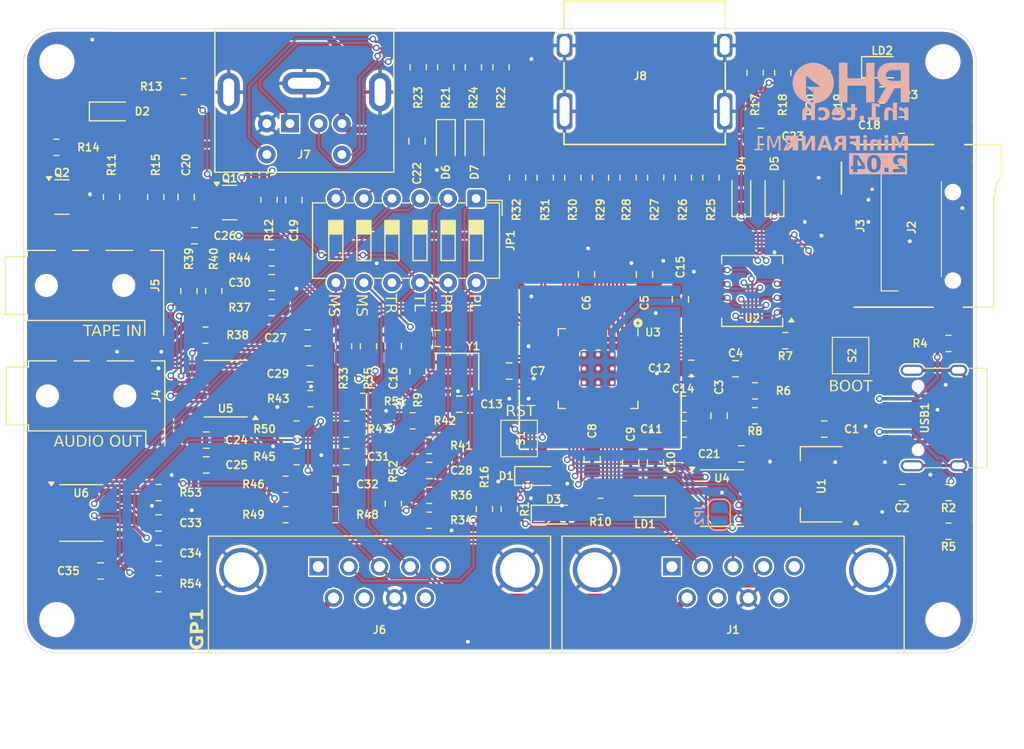
<source format=kicad_pcb>
(kicad_pcb (version 20241229) (generator "pcbnew") (generator_version "9.0")
  (title_block (title "MiniFRANK RM1") (date "2025-04-04") (rev "2.04") (company "Mikhail Matveev") (comment 1 "https://github.com/xtremespb/frank"))
  (layers (0 "F.Cu" signal) (2 "B.Cu" signal) (13 "F.Paste" user) (15 "B.Paste" user) (5 "F.SilkS" user "F.Silkscreen") (7 "B.SilkS" user "B.Silkscreen") (1 "F.Mask" user) (3 "B.Mask" user) (25 "Edge.Cuts" user))
  (net 0 "")
  (net 1 "GND")
  (net 2 "Net-(U3-VREG_VOUT)")
  (net 3 "+3V3")
  (net 4 "VBUS")
  (net 5 "Net-(C16-Pad1)")
  (net 6 "/RP2040/XIN")
  (net 7 "Net-(C20-Pad1)")
  (net 8 "Net-(C20-Pad2)")
  (net 9 "/GPIO0")
  (net 10 "/GPIO1")
  (net 11 "/GPIO2")
  (net 12 "/GPIO3")
  (net 13 "Net-(D2-K)")
  (net 14 "Net-(D2-A)")
  (net 15 "/MS_DATA_3V")
  (net 16 "/MS_CLK_3V")
  (net 20 "/GPIO26")
  (net 22 "/GPIO27")
  (net 23 "/GPIO10")
  (net 24 "/D+")
  (net 25 "/D-")
  (net 26 "/GPIO11")
  (net 27 "Net-(J1-Pad2)")
  (net 30 "Net-(C26-Pad2)")
  (net 31 "/GPIO21")
  (net 32 "/GPIO20")
  (net 33 "/AMP_IN_L")
  (net 34 "/SD Card/DAT2")
  (net 35 "/SD Card/DET")
  (net 36 "/SD Card/DAT1")
  (net 37 "/SD Card/POL")
  (net 38 "/RUN")
  (net 39 "/Audio Out/AMP_OUTL")
  (net 40 "Net-(C27-Pad1)")
  (net 41 "/AMP_IN_R")
  (net 43 "Net-(J8-CLKP)")
  (net 44 "Net-(J8-D0N)")
  (net 46 "/GPIO8")
  (net 47 "/KB_DATA")
  (net 48 "/MS_DATA")
  (net 49 "/KB_CLK")
  (net 50 "Net-(LD1-A)")
  (net 51 "Net-(J8-D0P)")
  (net 52 "Net-(J8-D1P)")
  (net 53 "/RP2040/QSPI_SS")
  (net 54 "/RP2040/XOUT")
  (net 55 "/RP2040/GPIO25")
  (net 56 "/RP2040/QSPI_SD3")
  (net 57 "/RP2040/QSPI_SD2")
  (net 58 "/RP2040/QSPI_SD1")
  (net 59 "/RP2040/QSPI_SCLK")
  (net 60 "/GPIO9")
  (net 61 "/GPIO12")
  (net 62 "/GPIO13")
  (net 63 "/GPIO14")
  (net 64 "/GPIO15")
  (net 65 "/GPIO16")
  (net 66 "/GPIO17")
  (net 67 "/GPIO18")
  (net 68 "/GPIO19")
  (net 69 "/RP2040/QSPI_SD0")
  (net 70 "/GPIO24")
  (net 71 "/GPIO28")
  (net 72 "/GPIO5")
  (net 73 "/GPIO7")
  (net 74 "/GPIO4")
  (net 75 "/GPIO22")
  (net 76 "/SWD")
  (net 77 "/GPIO6")
  (net 78 "/GPIO23")
  (net 79 "/GPIO29")
  (net 80 "/SWCLK")
  (net 81 "Net-(U3-USB_DP)")
  (net 82 "Net-(U3-USB_DM)")
  (net 83 "/MS_CLK")
  (net 84 "Net-(J8-D2N)")
  (net 85 "Net-(J8-D1N)")
  (net 86 "Net-(J8-CLKN)")
  (net 89 "Net-(J8-D2P)")
  (net 91 "Net-(LD2-A)")
  (net 92 "Net-(USB1-CC1)")
  (net 93 "Net-(USB1-CC2)")
  (net 94 "Net-(USB1-SHIELD)")
  (net 95 "Net-(R7-Pad2)")
  (net 97 "Net-(C28-Pad2)")
  (net 98 "Net-(Q1-B)")
  (net 99 "/Audio Out/AMP_OUTR")
  (net 100 "Net-(C29-Pad1)")
  (net 102 "Net-(U5A-+)")
  (net 103 "Net-(C31-Pad1)")
  (net 104 "Net-(C32-Pad1)")
  (net 105 "Net-(U6-FLT)")
  (net 106 "/TDA_R")
  (net 107 "/PWM_OUT_L")
  (net 108 "/PWM_OUT_R")
  (net 109 "/TDA_L")
  (net 110 "Net-(JP2-A)")
  (net 111 "Net-(U5B--)")
  (net 112 "Net-(U5A--)")
  (net 115 "Net-(J6-Pad2)")
  (net 120 "Net-(R33-Pad1)")
  (net 121 "Net-(R34-Pad1)")
  (footprint "FRANK:Resistor (0805)" (layer "F.Cu") (at 239.5 80 180)
    (property "Reference" "R2")
    (property "Value" "5.1K")
  )
  (footprint "FRANK:Resistor (0805)" (layer "F.Cu") (at 199.75 81.5 -90)
    (property "Reference" "R1")
    (property "Value" "1K")
  )
  (footprint "FRANK:SOT-223" (layer "F.Cu") (at 228 79.25 180)
    (property "Reference" "U1")
    (property "Value" "NCP1117 3.3")
  )
  (footprint "FRANK:SOT-23" (layer "F.Cu") (at 159.25 53.25)
    (property "Reference" "Q2")
    (property "Value" "BC850")
  )
  (footprint "FRANK:Capacitor (0805)" (layer "F.Cu") (at 207.25 77 -90)
    (property "Reference" "C8")
    (property "Value" "100n")
  )
  (footprint "FRANK:Diode (SOD-323)" (layer "F.Cu") (at 194 48.25 -90)
    (property "Reference" "D6")
    (property "Value" "3V3")
  )
  (footprint "FRANK:Resistor (0805)" (layer "F.Cu") (at 221.9842 73.0437 180)
    (property "Reference" "R8")
    (property "Value" "27R")
  )
  (footprint "FRANK:SOIC-8" (layer "F.Cu") (at 221.7342 61.75 180)
    (property "Reference" "U2")
    (property "Value" "W25Q128JVSIQ")
  )
  (footprint "FRANK:Capacitor (0805)" (layer "F.Cu") (at 172.325 75.25 180)
    (property "Reference" "C24")
    (property "Value" "10u")
  )
  (footprint "FRANK:Capacitor (0805)" (layer "F.Cu") (at 215.5217 74.25)
    (property "Reference" "C11")
    (property "Value" "100n")
  )
  (footprint "FRANK:Diode (SOD-323)" (layer "F.Cu") (at 203.75 82)
    (property "Reference" "D3")
    (property "Value" "3V3")
  )
  (footprint "FRANK:Resistor (0805)" (layer "F.Cu") (at 213 51.49 -90)
    (property "Reference" "R27")
    (property "Value" "270R")
  )
  (footprint "FRANK:Capacitor (0805)" (layer "F.Cu") (at 185 76.75)
    (property "Reference" "C31")
    (property "Value" "47n")
  )
  (footprint "FRANK:Resistor (0805)" (layer "F.Cu") (at 178.25 58.75 180)
    (property "Reference" "R44")
    (property "Value" "10K")
  )
  (footprint "FRANK:Resistor (0805)" (layer "F.Cu") (at 178 53.5 90)
    (property "Reference" "R12")
    (property "Value" "1K")
  )
  (footprint "FRANK:Diode (SOD-323)" (layer "F.Cu") (at 220.75 53 90)
    (property "Reference" "D4")
    (property "Value" "3V3")
  )
  (footprint "FRANK:MiniDIN (6 Pin, female)" (layer "F.Cu") (at 179.9 46.6 180)
    (property "Reference" "J7")
    (property "Value" "MDC-036")
  )
  (footprint "FRANK:USB Type C" (layer "F.Cu") (at 243 73.25 90)
    (property "Reference" "USB1")
    (property "Value" "USB4215-03-A")
  )
  (footprint "FRANK:Capacitor (0805)" (layer "F.Cu") (at 184 79.25)
    (property "Reference" "C32")
    (property "Value" "47n")
  )
  (footprint "FRANK:Resistor (0805)" (layer "F.Cu") (at 239.5 66.5 180)
    (property "Reference" "R4")
    (property "Value" "5.1K")
  )
  (footprint "FRANK:Jack (3.5mm, PJ-320D)" (layer "F.Cu") (at 162.7 71.25)
    (property "Reference" "J4")
    (property "Value" "~" (hide yes))
  )
  (footprint "FRANK:Resistor (0805)" (layer "F.Cu") (at 158.75 48.75 180)
    (property "Reference" "R14")
    (property "Value" "10K")
  )
  (footprint "FRANK:MicroSD (SMD, long)" (layer "F.Cu") (at 228.6034 55.8575 -90)
    (property "Reference" "J3")
    (property "Value" "104031-0811")
  )
  (footprint "FRANK:Resistor (0805)" (layer "F.Cu") (at 168 88.25 180)
    (property "Reference" "R54")
    (property "Value" "470R")
  )
  (footprint "FRANK:Resistor (0805)" (layer "F.Cu") (at 172.25 65.75 180)
    (property "Reference" "R38")
    (property "Value" "20K")
  )
  (footprint "FRANK:Capacitor (0805)" (layer "F.Cu") (at 210.7342 77.2937 -90)
    (property "Reference" "C9")
    (property "Value" "100n")
  )
  (footprint "FRANK:Capacitor (0805)" (layer "F.Cu") (at 168 82.75)
    (property "Reference" "C33")
    (property "Value" "10u")
  )
  (footprint "FRANK:Capacitor (0805)" (layer "F.Cu") (at 218.7342 73.0437 -90)
    (property "Reference" "C3")
    (property "Value" "100n")
  )
  (footprint "FRANK:Crystal (3225)" (layer "F.Cu") (at 194.9842 69.0437 180)
    (property "Reference" "Y1")
    (property "Value" "12 MHz")
  )
  (footprint "FRANK:Resistor (0805)" (layer "F.Cu") (at 203 51.49 -90)
    (property "Reference" "R31")
    (property "Value" "270R")
  )
  (footprint "FRANK:Resistor (0805)" (layer "F.Cu") (at 239.5 83.5 180)
    (property "Reference" "R5")
    (property "Value" "1M")
  )
  (footprint "FRANK:Resistor (0805)" (layer "F.Cu") (at 186.5 71.75 180)
    (property "Reference" "R51")
    (property "Value" "2K")
  )
  (footprint "FRANK:Resistor (0805)" (layer "F.Cu") (at 180.5 74.25 180)
    (property "Reference" "R50")
    (property "Value" "1K")
  )
  (footprint "FRANK:Capacitor (0805)" (layer "F.Cu") (at 235.25 46.75)
    (property "Reference" "C18")
    (property "Value" "100n")
  )
  (footprint "FRANK:Resistor (0805)" (layer "F.Cu") (at 191 73.5 180)
    (property "Reference" "R42")
    (property "Value" "47K")
  )
  (footprint "FRANK:Capacitor (0805)" (layer "F.Cu") (at 211.9842 60.25 90)
    (property "Reference" "C5")
    (property "Value" "100n")
  )
  (footprint "FRANK:Capacitor (0805)" (layer "F.Cu") (at 192.5 78)
    (property "Reference" "C28")
    (property "Value" "10u")
  )
  (footprint "FRANK:SOT-23" (layer "F.Cu") (at 174.4375 53.75)
    (property "Reference" "Q1")
    (property "Value" "BC850")
  )
  (footprint "FRANK:Capacitor (0805)" (layer "F.Cu") (at 180.250946 53.522924 90)
    (property "Reference" "C19")
    (property "Value" "100n")
  )
  (footprint "FRANK:Resistor (0805)" (layer "F.Cu") (at 222 42 90)
    (property "Reference" "R17")
    (property "Value" "1K")
  )
  (footprint "FRANK:Resistor (0805)" (layer "F.Cu") (at 200.5 51.49 -90)
    (property "Reference" "R32")
    (property "Value" "270R")
  )
  (footprint "FRANK:Resistor (0805)" (layer "F.Cu") (at 192.5 82.5 180)
    (property "Reference" "R34")
    (property "Value" "2K")
  )
  (footprint "FRANK:Resistor (0805)" (layer "F.Cu") (at 196.5 41.5 -90)
    (property "Reference" "R24")
    (property "Value" "100R")
  )
  (footprint "FRANK:Resistor (0805)" (layer "F.Cu") (at 199 41.5 90)
    (property "Reference" "R22")
    (property "Value" "1K")
  )
  (footprint "FRANK:Resistor (0805)" (layer "F.Cu") (at 170.75 61.75 90)
    (property "Reference" "R39")
    (property "Value" "10K")
  )
  (footprint "FRANK:Capacitor (0805)" (layer "F.Cu") (at 235.2875 80)
    (property "Reference" "C2")
    (property "Value" "10u")
  )
  (footprint "FRANK:Resistor (0805)" (layer "F.Cu") (at 208 81.25 180)
    (property "Reference" "R10")
    (property "Value" "1K")
  )
  (footprint "FRANK:Resistor (0805)" (layer "F.Cu") (at 192.5 80.25)
    (property "Reference" "R36")
    (property "Value" "10K")
  )
  (footprint "FRANK:Resistor (0805)" (layer "F.Cu") (at 205.5 51.49 -90)
    (property "Reference" "R30")
    (property "Value" "270R")
  )
  (footprint "FRANK:Mounting Hole (2.7mm)" (layer "F.Cu") (at 239 91.5)
    (property "Reference" "H2" (hide yes))
    (property "Value" "MountingHole")
  )
  (footprint "FRANK:LED (0805)" (layer "F.Cu") (at 233.5 41.5)
    (property "Reference" "LD2")
    (property "Value" "Green")
  )
  (footprint "FRANK:Button (SMD, 3x3mm, 1-1)" (layer "F.Cu") (at 228.99 65.95)
    (property "Reference" "S2")
    (property "Value" "Boot" (hide yes))
  )
  (footprint "FRANK:Capacitor (0805)" (layer "F.Cu") (at 168 85.5)
    (property "Reference" "C34")
    (property "Value" "10u")
  )
  (footprint "FRANK:Resistor (0805)" (layer "F.Cu") (at 208 51.49 -90)
    (property "Reference" "R29")
    (property "Value" "270R")
  )
  (footprint "FRANK:Capacitor (0805)" (layer "F.Cu") (at 220.75 76.5 180)
    (property "Reference" "C21")
    (property "Value" "100n")
  )
  (footprint "FRANK:Mounting Hole (2.7mm)" (layer "F.Cu") (at 158.8 91.5)
    (property "Reference" "H4" (hide yes))
    (property "Value" "MountingHole")
  )
  (footprint "FRANK:Resistor (0805)" (layer "F.Cu") (at 224.5 42 -90)
    (property "Reference" "R18")
    (property "Value" "100R")
  )
  (footprint "FRANK:Resistor (0805)" (layer "F.Cu") (at 191.5 41.5 -90)
    (property "Reference" "R23")
    (property "Value" "100R")
  )
  (footprint "FRANK:Resistor (0805)" (layer "F.Cu") (at 178.25 63.25)
    (property "Reference" "R37")
    (property "Value" "10K")
  )
  (footprint "FRANK:Resistor (0805)" (layer "F.Cu") (at 168 80)
    (property "Reference" "R53")
    (property "Value" "470R")
  )
  (footprint "FRANK:Resistor (0805)" (layer "F.Cu") (at 184 82)
    (property "Reference" "R48")
    (property "Value" "10K")
  )
  (footprint "FRANK:Capacitor (0805)" (layer "F.Cu") (at 181.7125 69.25)
    (property "Reference" "C29")
    (property "Value" "10u")
  )
  (footprint "FRANK:MicroSD (SMD, short)" (layer "F.Cu") (at 236.1625 56.05 90)
    (property "Reference" "J2")
    (property "Value" "0475710001" (hide yes))
  )
  (footprint "FRANK:Capacitor (0805)" (layer "F.Cu") (at 193.2342 66.0437 180)
    (property "Reference" "C17" (hide yes))
    (property "Value" "15p")
  )
  (footprint "FRANK:Resistor (0805)" (layer "F.Cu") (at 184.75 66.75 90)
    (property "Reference" "R33")
    (property "Value" "2K")
  )
  (footprint "FRANK:Resistor (0805)" (layer "F.Cu") (at 167.75 53.25 90)
    (property "Reference" "R15")
    (property "Value" "100R")
  )
  (footprint "FRANK:Capacitor (0805)" (layer "F.Cu") (at 222.5 47.75)
    (property "Reference" "C23")
    (property "Value" "100n")
  )
  (footprint "FRANK:Button (SMD, 3x3mm, 1-1)" (layer "F.Cu") (at 198.99 73.455)
    (property "Reference" "S1")
    (property "Value" "Reset" (hide yes))
  )
  (footprint "FRANK:HDMI (female)" (layer "F.Cu") (at 212 45.49 180)
    (property "Reference" "J8")
    (property "Value" "DC3RX19JA2")
  )
  (footprint "FRANK:Resistor (0805)" (layer "F.Cu") (at 185 74.25)
    (property "Reference" "R47")
    (property "Value" "10K")
  )
  (footprint "FRANK:Capacitor (0805)" (layer "F.Cu") (at 181.5 66 180)
    (property "Reference" "C27")
    (property "Value" "10u")
  )
  (footprint "FRANK:Capacitor (0805)" (layer "F.Cu") (at 178.25 61 180)
    (property "Reference" "C30")
    (property "Value" "10u")
  )
  (footprint "FRANK:Resistor (0805)" (layer "F.Cu") (at 221.9842 70.7937 180)
    (property "Reference" "R6")
    (property "Value" "27R")
  )
  (footprint "FRANK:Diode (SOD-323)" (layer "F.Cu") (at 202.25 78.5)
    (property "Reference" "D1")
    (property "Value" "3V3")
  )
  (footprint "FRANK:Capacitor (0805)" (layer "F.Cu") (at 162.75 87.095 180)
    (property "Reference" "C35")
    (property "Value" "100n")
  )
  (footprint "FRANK:Resistor (0805)" (layer "F.Cu") (at 215.5 51.49 -90)
    (property "Reference" "R26")
    (property "Value" "270R")
  )
  (footprint "FRANK:Resistor (0805)" (layer "F.Cu") (at 180.5 76.75)
    (property "Reference" "R45")
    (property "Value" "2K")
  )
  (footprint "FRANK:Resistor (0805)" (layer "F.Cu") (at 191.4842 69.0437 -90)
    (property "Reference" "R9")
    (property "Value" "1K")
  )
  (footprint "FRANK:D-SUB (9 pin, male, top mount)" (layer "F.Cu") (at 182.46 86.7)
    (property "Reference" "J6")
    (property "Value" "D-SUB 9 Male")
  )
  (footprint "FRANK:Capacitor (0805)" (layer "F.Cu") (at 215.2342 62.5 90)
    (property "Reference" "C15")
    (property "Value" "100n")
  )
  (footprint "FRANK:Capacitor (0805)" (layer "F.Cu") (at 170.5 53.25 90)
    (property "Reference" "C20")
    (property "Value" "100n")
  )
  (footprint "FRANK:Capacitor (0805)" (layer "F.Cu") (at 199.7342 69 180)
    (property "Reference" "C7")
    (property "Value" "100n")
  )
  (footprint "FRANK:Capacitor (0805)" (layer "F.Cu") (at 189.25 66.75 90)
    (property "Reference" "C16")
    (property "Value" "15p")
  )
  (footprint "FRANK:DIP Switch (6)" (layer "F.Cu") (at 196.75 53.38 -90)
    (property "Reference" "JP1")
    (property "Value" "SW_DIP_x06" (hide yes))
  )
  (footprint "FRANK:SO-8" (layer "F.Cu") (at 219 80.5)
    (property "Reference" "U4")
    (property "Value" "ESP-PSRAM32")
  )
  (footprint "FRANK:Diode (SOD-323)" (layer "F.Cu") (at 196.6 48.25 -90)
    (property "Reference" "D7")
    (property "Value" "3V3")
  )
  (footprint "FRANK:Capacitor (0805)" (layer "F.Cu") (at 216.2342 68.75)
    (property "Reference" "C12")
    (property "Value" "100n")
  )
  (footprint "FRANK:Resistor (0805)" (layer "F.Cu") (at 224.7342 66.25)
    (property "Reference" "R7")
    (property "Value" "1K")
  )
  (footprint "FRANK:Capacitor (0805)" (layer "F.Cu") (at 220.2342 68.7937)
    (property "Reference" "C4")
    (property "Value" "100n")
  )
  (footprint "FRANK:LED (0805)" (layer "F.Cu") (at 212.025 81.25 180)
    (property "Reference" "LD1")
    (property "Value" "BLUE")
  )
  (footprint "FRANK:Resistor (0805)" (layer "F.Cu") (at 189.25 81 90)
    (property "Reference" "R52")
    (property "Value" "2K")
  )
  (footprint "FRANK:Capacitor (0805)" (layer "F.Cu") (at 191.4 48.2 -90)
    (property "Reference" "C22")
    (property "Value" "100n")
  )
  (footprint "FRANK:Capacitor (0805)" (layer "F.Cu") (at 171.25 56.75 180)
    (property "Reference" "C26")
    (property "Value" "10u")
  )
  (footprint "FRANK:Resistor (0805)" (layer "F.Cu") (at 210.5 51.49 -90)
    (property "Reference" "R28")
    (property "Value" "270R")
  )
  (footprint "FRANK:SO-8" (layer "F.Cu") (at 174.075 70.595 180)
    (property "Reference" "U5")
    (property "Value" "LM358")
  )
  (footprint "FRANK:Resistor (0805)" (layer "F.Cu") (at 187 66.75 -90)
    (property "Reference" "R35")
    (property "Value" "10K")
  )
  (footprint "FRANK:Mounting Hole (2.7mm)" (layer "F.Cu") (at 239 41)
    (property "Reference" "H1" (hide yes))
    (property "Value" "MountingHole")
  )
  (footprint "FRANK:Capacitor (0805)" (layer "F.Cu") (at 228.25 74.25 180)
    (property "Reference" "C1")
    (property "Value" "10u")
  )
  (footprint "FRANK:Resistor (0805)" (layer "F.Cu") (at 197.5 81.5 -90)
    (property "Reference" "R16")
    (property "Value" "1K")
  )
  (footprint "FRANK:Capacitor (0805)" (layer "F.Cu") (at 206.7342 60.25 90)
    (property "Reference" "C6")
    (property "Value" "100n")
  )
  (footprint "FRANK:Resistor (0805)" (layer "F.Cu") (at 173 61.75 -90)
    (property "Reference" "R40")
    (property "Value" "47K")
  )
  (footprint "FRANK:Resistor (0805)" (layer "F.Cu") (at 218 51.49 -90)
    (property "Reference" "R25")
    (property "Value" "270R")
  )
  (footprint "FRANK:Mounting Hole (2.7mm)" (layer "F.Cu") (at 158.8 41)
    (property "Reference" "H3" (hide yes))
    (property "Value" "MountingHole")
  )
  (footprint "FRANK:Capacitor (0805)" (layer "F.Cu") (at 195.2342 72 180)
    (property "Reference" "C13")
    (property "Value" "1u")
  )
  (footprint "FRANK:Resistor (0805)" (layer "F.Cu") (at 233.5 44 180)
    (property "Reference" "R3")
    (property "Value" "1K")
  )
  (footprint "FRANK:SO-8" (layer "F.Cu") (at 161 81.845)
    (property "Reference" "U6")
    (property "Value" "TDA1387T")
  )
  (footprint "FRANK:Resistor (0805)" (layer "F.Cu") (at 163.75 53.25 -90)
    (property "Reference" "R11")
    (property "Value" "10K")
  )
  (footprint "FRANK:Resistor (0805)" (layer "F.Cu") (at 229.5 42 -90)
    (property "Reference" "R19")
    (property "Value" "100R")
  )
  (footprint "FRANK:Resistor (0805)" (layer "F.Cu") (at 192.5 75.75)
    (property "Reference" "R41")
    (property "Value" "10K")
  )
  (footprint "FRANK:Resistor (0805)" (layer "F.Cu") (at 170.25 43.25)
    (property "Reference" "R13")
    (property "Value" "10K")
  )
  (footprint "FRANK:D-SUB (9 pin, male, top mount)" (layer "F.Cu") (at 214.46 86.7)
    (property "Reference" "J1")
    (property "Value" "D-SUB 9 Male")
  )
  (footprint "FRANK:Resistor (0805)" (layer "F.Cu") (at 179.5 79.25)
    (property "Reference" "R46")
    (property "Value" "2K")
  )
  (footprint "FRANK:Capacitor (0805)" (layer "F.Cu") (at 212.9842 77.2937 -90)
    (property "Reference" "C10")
    (property "Value" "100n")
  )
  (footprint "FRANK:Diode (SOD-323)" (layer "F.Cu") (at 223.75 53 90)
    (property "Reference" "D5")
    (property "Value" "3V3")
  )
  (footprint "FRANK:Resistor (0805)" (layer "F.Cu") (at 181.75 71.5)
    (property "Reference" "R43")
    (property "Value" "20K")
  )
  (footprint "FRANK:QFN 56" (layer "F.Cu") (at 207.7842 68.775 -90)
    (property "Reference" "U3")
    (property "Value" "RP2040")
  )
  (footprint "FRANK:Jack (3.5mm, PJ-320D)" (layer "F.Cu") (at 162.6 61.25)
    (property "Reference" "J5")
    (property "Value" "FRANK:Jack (3.5mm, PJ-320D)" (hide yes))
  )
  (footprint "FRANK:Resistor (0805)" (layer "F.Cu") (at 227 42 90)
    (property "Reference" "R20")
    (property "Value" "1K")
  )
  (footprint "FRANK:Diode (SOD-323)" (layer "F.Cu") (at 163.75 45.5)
    (property "Reference" "D2")
    (property "Value" "1N4148")
  )
  (footprint "FRANK:Resistor (0805)" (layer "F.Cu") (at 194 41.5 90)
    (property "Reference" "R21")
    (property "Value" "1K")
  )
  (footprint "FRANK:Capacitor (0805)" (layer "F.Cu") (at 172.325 77.5 180)
    (property "Reference" "C25")
    (property "Value" "100n")
  )
  (footprint "FRANK:Resistor (0805)" (layer "F.Cu") (at 179.5 82 180)
    (property "Reference" "R49")
    (property "Value" "1K")
  )
  (footprint "FRANK:Capacitor (0805)" (layer "F.Cu") (at 215.4842 72)
    (property "Reference" "C14")
    (property "Value" "1u")
  )
  (footprint "FRANK:Jumper (solder)" (layer "B.Cu") (at 218.75 82 -90)
    (property "Reference" "JP2")
    (property "Value" "Jumper (Solder)")
  )
  (gr_poly (pts (xy 232.046168 42.5) (xy 230.352172 42.5) (xy 230.352172 41.091095) (xy 229.583558 41.091095) (xy 229.583558 44.677522) (xy 230.352172 44.678184) (xy 230.352172 43.172704) (xy 232.046166 43.172704) (xy 232.046166 44.678184) (xy 232.810151 44.678184) (xy 232.810151 41.091095) (xy 232.046168 41.091095)) (stroke (width -0.000001)) (fill yes) (layer "B.SilkS"))
  (gr_poly (pts (xy 234.198123 41.092518) (xy 234.130632 41.096748) (xy 234.064901 41.103728) (xy 234.000958 41.113402) (xy 233.938837 41.125714) (xy 233.878567 41.140605) (xy 233.820179 41.15802) (xy 233.763704 41.177901) (xy 233.709173 41.200192) (xy 233.656616 41.224836) (xy 233.606065 41.251776) (xy 233.557549 41.280956) (xy 233.5111 41.312318) (xy 233.466749 41.345805) (xy 233.424526 41.381362) (xy 233.384462 41.418931) (xy 233.346587 41.458455) (xy 233.310934 41.499877) (xy 233.277531 41.543141) (xy 233.246411 41.58819) (xy 233.217603 41.634968) (xy 233.191139 41.683416) (xy 233.16705 41.733479) (xy 233.145365 41.7851) (xy 233.126117 41.838221) (xy 233.109335 41.892787) (xy 233.095051 41.94874) (xy 233.083294 42.006023) (xy 233.074097 42.06458) (xy 233.06749 42.124354) (xy 233.063502 42.185288) (xy 233.062167 42.247325) (xy 233.063317 42.305929) (xy 233.066718 42.36281) (xy 233.072297 42.417976) (xy 233.079978 42.471436) (xy 233.089688 42.523199) (xy 233.101352 42.573274) (xy 233.114896 42.62167) (xy 233.130245 42.668394) (xy 233.147326 42.713458) (xy 233.166064 42.756868) (xy 233.186386 42.798634) (xy 233.208216 42.838765) (xy 233.23148 42.87727) (xy 233.256105 42.914157) (xy 233.309139 42.983114) (xy 233.366722 43.045707) (xy 233.428262 43.102007) (xy 233.493164 43.152085) (xy 233.560834 43.196011) (xy 233.630678 43.233855) (xy 233.702103 43.26569) (xy 233.774514 43.291585) (xy 233.847317 43.311611) (xy 233.041 44.677522) (xy 233.915447 44.678184) (xy 234.621884 43.406199) (xy 235.181479 43.406199) (xy 235.181479 44.680828) (xy 235.944801 44.680828) (xy 235.944801 42.731511) (xy 235.181479 42.731511) (xy 234.378468 42.731511) (xy 234.350101 42.73097) (xy 234.322192 42.729358) (xy 234.294772 42.726687) (xy 234.267869 42.72297) (xy 234.241512 42.718221) (xy 234.21573 42.712452) (xy 234.190551 42.705678) (xy 234.166006 42.697911) (xy 234.142122 42.689164) (xy 234.118929 42.679451) (xy 234.096456 42.668785) (xy 234.074731 42.657178) (xy 234.053784 42.644645) (xy 234.033643 42.631198) (xy 234.014338 42.616851) (xy 233.995897 42.601617) (xy 233.97835 42.585509) (xy 233.961725 42.56854) (xy 233.946051 42.550723) (xy 233.931357 42.532072) (xy 233.917673 42.5126) (xy 233.905026 42.49232) (xy 233.893447 42.471245) (xy 233.882964 42.449389) (xy 233.873605 42.426764) (xy 233.8654 42.403384) (xy 233.858379 42.379262) (xy 233.852569 42.354411) (xy 233.847999 42.328845) (xy 233.8447 42.302576) (xy 233.842699 42.275619) (xy 233.842025 42.247985) (xy 233.840041 42.247987) (xy 233.840715 42.22006) (xy 233.842716 42.192843) (xy 233.846016 42.166347) (xy 233.850587 42.140583) (xy 233.8564 42.115563) (xy 233.863425 42.091299) (xy 233.871635 42.067802) (xy 233.881 42.045085) (xy 233.891492 42.023158) (xy 233.903082 42.002033) (xy 233.915742 41.981722) (xy 233.929443 41.962237) (xy 233.944155 41.943589) (xy 233.959851 41.925789) (xy 233.976502 41.90885) (xy 233.994078 41.892784) (xy 234.012552 41.8776) (xy 234.031894 41.863312) (xy 234.052077 41.849931) (xy 234.07307 41.837469) (xy 234.094845 41.825937) (xy 234.117375 41.815346) (xy 234.140629 41.805709) (xy 234.16458 41.797037) (xy 234.189198 41.789342) (xy 234.214455 41.782635) (xy 234.240322 41.776928) (xy 234.266771 41.772233) (xy 234.293773 41.76856) (xy 234.321298 41.765923) (xy 234.349319 41.764332) (xy 234.377807 41.763799) (xy 235.181479 41.763799) (xy 235.181479 42.731511) (xy 235.944801 42.731511) (xy 235.944801 41.091095) (xy 234.267343 41.091095)) (stroke (width -0.000001)) (fill yes) (layer "B.SilkS"))
  (gr_poly (pts (xy 227.169045 41.09653) (xy 227.077519 41.102538) (xy 226.986733 41.113024) (xy 226.896843 41.127927) (xy 226.808002 41.147185) (xy 226.720363 41.170735) (xy 226.63408 41.198515) (xy 226.549307 41.230463) (xy 226.466196 41.266517) (xy 226.384903 41.306614) (xy 226.305579 41.350692) (xy 226.228379 41.39869) (xy 226.153456 41.450544) (xy 226.080964 41.506193) (xy 226.011057 41.565575) (xy 225.943887 41.628627) (xy 225.879933 41.694937) (xy 225.819612 41.764036) (xy 225.762988 41.835768) (xy 225.710125 41.909983) (xy 225.661088 41.986526) (xy 225.615941 42.065246) (xy 225.574748 42.14599) (xy 225.537574 42.228605) (xy 225.504483 42.312937) (xy 225.475538 42.398836) (xy 225.450805 42.486147) (xy 225.430347 42.574718) (xy 225.41423 42.664396) (xy 225.402516 42.755029) (xy 225.395271 42.846464) (xy 225.392559 42.938547) (xy 225.395717 43.0447) (xy 225.404957 43.149859) (xy 225.420163 43.253794) (xy 225.441222 43.356273) (xy 225.46802 43.457067) (xy 225.500442 43.555943) (xy 225.538375 43.652672) (xy 225.581704 43.747021) (xy 225.630315 43.838761) (xy 225.684095 43.92766) (xy 225.742929 44.013487) (xy 225.806703 44.096012) (xy 225.875303 44.175003) (xy 225.948614 44.250229) (xy 226.026524 44.32146) (xy 226.108917 44.388465) (xy 226.166893 44.431503) (xy 226.226424 44.472221) (xy 226.287438 44.51058) (xy 226.349865 44.54654) (xy 226.413634 44.580063) (xy 226.478675 44.611109) (xy 226.544916 44.63964) (xy 226.612286 44.665616) (xy 226.696291 44.731762) (xy 227.25853 45.167663) (xy 227.25853 44.779387) (xy 227.25853 44.778063) (xy 226.887453 44.49099) (xy 226.696291 44.342162) (xy 226.612286 44.276016) (xy 226.612286 42.269814) (xy 227.25853 42.770539) (xy 227.811508 43.199824) (xy 227.906096 43.273245) (xy 227.258528 43.273245) (xy 228.367793 44.133141) (xy 228.421371 44.174813) (xy 228.367793 44.133803) (xy 228.281142 44.067657) (xy 227.258528 43.273907) (xy 227.258528 43.771981) (xy 228.216321 44.51546) (xy 228.233446 44.505528) (xy 228.250138 44.495534) (xy 228.266457 44.485416) (xy 228.282466 44.475112) (xy 228.317535 44.452056) (xy 228.352058 44.428221) (xy 228.386025 44.403617) (xy 228.419421 44.378253) (xy 228.452234 44.352139) (xy 228.484452 44.325286) (xy 228.516061 44.297702) (xy 228.54705 44.269399) (xy 228.54705 44.269397) (xy 228.578093 44.239601) (xy 228.608407 44.209121) (xy 228.637981 44.177971) (xy 228.666806 44.146166) (xy 228.694871 44.11372) (xy 228.722166 44.080646) (xy 228.74868 44.04696) (xy 228.774403 44.012675) (xy 228.799325 43.977805) (xy 228.823435 43.942364) (xy 228.846724 43.906368) (xy 228.86918 43.869829) (xy 228.890794 43.832762) (xy 228.911555 43.795181) (xy 228.931452 43.757101) (xy 228.950477 43.718534) (xy 228.971668 43.672448) (xy 228.991536 43.625852) (xy 229.010074 43.578774) (xy 229.027277 43.531244) (xy 229.043137 43.483288) (xy 229.057649 43.434936) (xy 229.070805 43.386217) (xy 229.082599 43.337158) (xy 229.093025 43.287789) (xy 229.102077 43.238138) (xy 229.109747 43.188233) (xy 229.116029 43.138103) (xy 229.120917 43.087776) (xy 229.124404 43.037281) (xy 229.126484 42.986647) (xy 229.12715 42.935901) (xy 229.124314 42.843989) (xy 229.116962 42.752729) (xy 229.10516 42.662274) (xy 229.088971 42.572775) (xy 229.068458 42.484383) (xy 229.043687 42.397252) (xy 229.01472 42.311532) (xy 228.981622 42.227375) (xy 228.944458 42.144933) (xy 228.90329 42.064359) (xy 228.858184 41.985803) (xy 228.809203 41.909418) (xy 228.756411 41.835356) (xy 228.699872 41.763768) (xy 228.639651 41.694806) (xy 228.575811 41.628623) (xy 228.508767 41.565686) (xy 228.438995 41.506405) (xy 228.366647 41.450843) (xy 228.291876 41.39906) (xy 228.214834 41.35112) (xy 228.135674 41.307083) (xy 228.054549 41.267012) (xy 227.971611 41.230969) (xy 227.887013 41.199016) (xy 227.800908 41.171214) (xy 227.713449 41.147627) (xy 227.624788 41.128315) (xy 227.535077 41.113341) (xy 227.44447 41.102766) (xy 227.353119 41.096653) (xy 227.261177 41.095063) (xy 227.261161 41.095063)) (stroke (width -0.000001)) (fill yes) (layer "B.SilkS"))
  (gr_poly (pts (xy 227.261177 44.221116) (xy 227.261177 44.776081) (xy 227.324259 44.775135) (xy 227.387149 44.772079) (xy 227.449796 44.766926) (xy 227.512149 44.759691) (xy 227.574157 44.750388) (xy 227.63577 44.739029) (xy 227.696936 44.72563) (xy 227.757605 44.710203) (xy 227.817727 44.692762) (xy 227.87725 44.673322) (xy 227.936123 44.651897) (xy 227.994296 44.628499) (xy 228.051718 44.603143) (xy 228.108339 44.575843) (xy 228.164107 44.546613) (xy 228.218971 44.515466) (xy 227.261177 43.771985)) (stroke (width -0.000001)) (fill yes) (layer "B.SilkS"))
  (gr_poly (pts (xy 227.261177 43.772647) (xy 227.261177 43.271262) (xy 226.614932 43.271262)) (stroke (width -0.000001)) (fill yes) (layer "B.SilkS"))
  (gr_arc (start 239 38) (mid 241.12132 38.87868) (end 242 41) (stroke (width 0.05)) (layer "Edge.Cuts"))
  (gr_arc (start 155.8 41) (mid 156.67868 38.87868) (end 158.8 38) (stroke (width 0.05)) (layer "Edge.Cuts"))
  (gr_arc (start 158.8 94.5) (mid 156.67868 93.62132) (end 155.8 91.5) (stroke (width 0.05)) (layer "Edge.Cuts"))
  (gr_line (start 155.8 41) (end 155.8 91.5) (stroke (width 0.05)) (layer "Edge.Cuts"))
  (gr_line (start 242 41) (end 242 91.5) (stroke (width 0.05)) (layer "Edge.Cuts"))
  (gr_arc (start 242 91.5) (mid 241.12132 93.62132) (end 239 94.5) (stroke (width 0.05)) (layer "Edge.Cuts"))
  (gr_line (start 239 94.5) (end 158.8 94.5) (stroke (width 0.05)) (layer "Edge.Cuts"))
  (gr_line (start 239 38) (end 158.8 38) (stroke (width 0.05)) (layer "Edge.Cuts"))
  (gr_text "BOOT" (at 230.645 71 0) (layer "F.SilkS") (effects (font (size 1 1) (thickness 0.125)) (justify bottom)))
  (gr_text "TL" (at 191 62 270) (layer "F.SilkS") (effects (font (size 1 1)) (justify left bottom)))
  (gr_text "AUDIO OUT" (at 166.5 76 0) (layer "F.SilkS") (effects (font (size 1 1) (thickness 0.1375)) (justify right bottom)))
  (gr_text "PL" (at 196 62 270) (layer "F.SilkS") (effects (font (size 1 1)) (justify left bottom)))
  (gr_text "MS" (at 185.75 62 270) (layer "F.SilkS") (effects (font (size 1 1)) (justify left bottom)))
  (gr_text "TR" (at 188.4 62 270) (layer "F.SilkS") (effects (font (size 1 1)) (justify left bottom)))
  (gr_text "RST" (at 200.75 73.25 0) (layer "F.SilkS") (effects (font (size 1 1)) (justify bottom)))
  (gr_text "PR" (at 193.4 62 270) (layer "F.SilkS") (effects (font (size 1 1)) (justify left bottom)))
  (gr_text "GP1" (at 172.25 94.25 90) (layer "F.SilkS") (effects (font (size 1.2 1.2) (thickness 0.3) (bold yes)) (justify left bottom)))
  (gr_text "MS" (at 183.25 62 270) (layer "F.SilkS") (effects (font (size 1 1)) (justify left bottom)))
  (gr_text "TAPE IN" (at 166.5 66.001077 0) (layer "F.SilkS") (effects (font (size 1 1) (thickness 0.125)) (justify right bottom)))
  (gr_text "2.04" (at 235.75 51.25 0) (layer "B.SilkS" knockout) (effects (font (size 1.5 1.5) (thickness 0.24) (bold yes)) (justify left bottom mirror)))
  (gr_text "RM1" (at 225.75 49.25 0) (layer "B.SilkS") (effects (font (size 1.3 1.3) (thickness 0.1625)) (justify left bottom mirror)))
  (gr_text "rh1.tech" (at 236.050123 46.548518 0) (layer "B.SilkS") (effects (font (size 1.5 1.5) (thickness 0.3) (bold yes)) (justify left bottom mirror)))
  (gr_text "MiniFRANK" (at 236 49.25 0) (layer "B.SilkS") (effects (font (size 1.3 1.3) (thickness 0.24) (bold yes)) (justify left bottom mirror)))
  (segment (start 206.234 67.775) (end 206.509 67.5) (width 0.2) (layer "F.Cu") (net 1))
  (segment (start 204.347 67.775) (end 206.234 67.775) (width 0.2) (layer "F.Cu") (net 1))
  (via (at 198.75 79) (size 0.6) (drill 0.35) (layers "F.Cu" "B.Cu") (net 1))
  (via (at 223.75 58.25) (size 0.6) (drill 0.35) (layers "F.Cu" "B.Cu") (net 1))
  (via (at 171 81.6) (size 0.6) (drill 0.35) (layers "F.Cu" "B.Cu") (net 1))
  (via (at 228 56.75) (size 0.6) (drill 0.35) (layers "F.Cu" "B.Cu") (net 1))
  (via (at 187.75 59.25) (size 0.6) (drill 0.35) (layers "F.Cu" "B.Cu") (net 1))
  (via (at 167.4 81.2) (size 0.6) (drill 0.35) (layers "F.Cu" "B.Cu") (net 1))
  (via (at 196 93.5) (size 0.6) (drill 0.35) (layers "F.Cu" "B.Cu") (net 1))
  (via (at 193.2 50.8) (size 0.6) (drill 0.35) (layers "F.Cu" "B.Cu") (net 1))
  (via (at 240.75 54.25) (size 0.6) (drill 0.35) (layers "F.Cu" "B.Cu") (net 1))
  (via (at 206.883 57.893) (size 0.6) (drill 0.35) (layers "F.Cu" "B.Cu") (net 1))
  (via (at 194.52285 83.422131) (size 0.6) (drill 0.35) (layers "F.Cu" "B.Cu") (net 1))
  (via (at 236 57.25) (size 0.6) (drill 0.35) (layers "F.Cu" "B.Cu") (net 1))
  (via (at 238.5 72.5) (size 0.6) (drill 0.35) (layers "F.Cu" "B.Cu") (net 1))
  (via (at 205 79.2) (size 0.6) (drill 0.35) (layers "F.Cu" "B.Cu") (net 1))
  (via (at 169.2 78.4) (size 0.6) (drill 0.35) (layers "F.Cu" "B.Cu") (net 1))
  (via (at 195.106451 70.823875) (size 0.6) (drill 0.35) (layers "F.Cu" "B.Cu") (net 1))
  (via (at 168 68.75) (size 0.6) (drill 0.35) (layers "F.Cu" "B.Cu") (net 1))
  (via (at 239.25 70.25) (size 0.6) (drill 0.35) (layers "F.Cu" "B.Cu") (net 1))
  (via (at 162 39) (size 0.6) (drill 0.35) (layers "F.Cu" "B.Cu") (net 1))
  (via (at 232 74) (size 0.6) (drill 0.35) (layers "F.Cu" "B.Cu") (net 1))
  (via (at 181.8 70.4) (size 0.6) (drill 0.35) (layers "F.Cu" "B.Cu") (net 1))
  (via (at 227.75 51.5) (size 0.6) (drill 0.35) (layers "F.Cu" "B.Cu") (net 1))
  (via (at 229.25 77.25) (size 0.6) (drill 0.35) (layers "F.Cu" "B.Cu") (net 1))
  (via (at 204.505 81.1765) (size 0.6) (drill 0.35) (layers "F.Cu" "B.Cu") (net 1))
  (via (at 164.25 67.25) (size 0.6) (drill 0.35) (layers "F.Cu" "B.Cu") (net 1))
  (via (at 219 80) (size 0.6) (drill 0.35) (layers "F.Cu" "B.Cu") (net 1))
  (via (at 216.241 69.426) (size 0.6) (drill 0.35) (layers "F.Cu" "B.Cu") (net 1))
  (via (at 180.483011 61.543502) (size 0.6) (drill 0.35) (layers "F.Cu" "B.Cu") (net 1))
  (via (at 233.5 81.75) (size 0.6) (drill 0.35) (layers "F.Cu" "B.Cu") (net 1))
  (via (at 232.25 55.5) (size 0.6) (drill 0.35) (layers "F.Cu" "B.Cu") (net 1))
  (via (at 178.75 72.25) (size 0.6) (drill 0.35) (layers "F.Cu" "B.Cu") (net 1))
  (via (at 226.5 55.5) (size 0.6) (drill 0.35) (layers "F.Cu" "B.Cu") (net 1))
  (via (at 213.685 59.023) (size 0.6) (drill 0.35) (layers "F.Cu" "B.Cu") (net 1))
  (via (at 188.6 72.6) (size 0.6) (drill 0.35) (layers "F.Cu" "B.Cu") (net 1))
  (via (at 199.75 71.5) (size 0.6) (drill 0.35) (layers "F.Cu" "B.Cu") (net 1))
  (via (at 182.732557 76.607152) (size 0.6) (drill 0.35) (layers "F.Cu" "B.Cu") (net 1))
  (via (at 201.75 40.75) (size 0.6) (drill 0.35) (layers "F.Cu" "B.Cu") (net 1))
  (via (at 210.795 59.221) (size 0.6) (drill 0.35) (layers "F.Cu" "B.Cu") (net 1))
  (via (at 161.8 53) (size 0.6) (drill 0.35) (layers "F.Cu" "B.Cu") (net 1))
  (via (at 232.25 53.5) (size 0.6) (drill 0.35) (layers "F.Cu" "B.Cu") (net 1))
  (via (at 168.25 67.25) (size 0.6) (drill 0.35) (layers "F.Cu" "B.Cu") (net 1))
  (via (at 237.856 78.3781) (size 0.6) (drill 0.35) (layers "F.Cu" "B.Cu") (net 1))
  (via (at 216.453 60.002) (size 0.6) (drill 0.35) (layers "F.Cu" "B.Cu") (net 1))
  (via (at 233.75 77.25) (size 0.6) (drill 0.35) (layers "F.Cu" "B.Cu") (net 1))
  (via (at 223.349 77.197) (size 0.6) (drill 0.35) (layers "F.Cu" "B.Cu") (net 1))
  (via (at 178.371132 75.806219) (size 0.6) (drill 0.35) (layers "F.Cu" "B.Cu") (net 1))
  (via (at 201.702508 80.509126) (size 0.6) (drill 0.35) (layers "F.Cu" "B.Cu") (net 1))
  (segment (start 209.059 65.441) (end 211.75 62.75) (width 0.6) (layer "B.Cu") (net 1))
  (segment (start 209.059 67.5) (end 209.059 65.441) (width 0.6) (layer "B.Cu") (net 1))
  (segment (start 215.724 62.75) (end 217.693 64.719) (width 0.6) (layer "B.Cu") (net 1))
  (segment (start 211.75 62.75) (end 215.724 62.75) (width 0.6) (layer "B.Cu") (net 1))
  (segment (start 209.803 68.5715) (end 209.806 68.575) (width 0.2) (layer "F.Cu") (net 2))
  (segment (start 209.806 68.575) (end 211.2217 68.575) (width 0.2) (layer "F.Cu") (net 2))
  (segment (start 209.78 70.5678) (end 209.787 70.575) (width 0.2) (layer "F.Cu") (net 2))
  (segment (start 205.685 69.375) (end 204.3467 69.375) (width 0.2) (layer "F.Cu") (net 2))
  (segment (start 218.11 68.7938) (end 218.69 68.7938) (width 0.2) (layer "F.Cu") (net 2))
  (segment (start 203.033 70.224) (end 197.51 70.224) (width 0.2) (layer "F.Cu") (net 2))
  (segment (start 196.5196 71.2148) (end 196.2717 71.4627) (width 0.2) (layer "F.Cu") (net 2))
  (segment (start 217.43 70.702) (end 217.752 71.0238) (width 0.2) (layer "F.Cu") (net 2))
  (segment (start 197.51 70.224) (end 196.5196 71.2148) (width 0.2) (layer "F.Cu") (net 2))
  (segment (start 211.2217 68.575) (end 213.844 68.575) (width 0.2) (layer "F.Cu") (net 2))
  (segment (start 214.358 68.0606) (end 214.645 67.774) (width 0.2) (layer "F.Cu") (net 2))
  (segment (start 205.686 69.3768) (end 205.685 69.375) (width 0.2) (layer "F.Cu") (net 2))
  (segment (start 196.5196 71.2148) (end 196.272 71.4625) (width 0.2) (layer "F.Cu") (net 2))
  (segment (start 214.062 68.7938) (end 214.358 68.7938) (width 0.2) (layer "F.Cu") (net 2))
  (segment (start 217.824 67.774) (end 218.11 68.0606) (width 0.2) (layer "F.Cu") (net 2))
  (segment (start 217.752 71.024) (end 218.7342 72.0062) (width 0.2) (layer "F.Cu") (net 2))
  (segment (start 214.645 67.774) (end 217.824 67.774) (width 0.2) (layer "F.Cu") (net 2))
  (segment (start 209.787 70.575) (end 211.2217 70.575) (width 0.2) (layer "F.Cu") (net 2))
  (segment (start 218.69 68.7937) (end 219.1967 68.7937) (width 0.2) (layer "F.Cu") (net 2))
  (segment (start 214.358 68.7938) (end 214.358 68.0606) (width 0.2) (layer "F.Cu") (net 2))
  (segment (start 213.693 70.702) (end 217.43 70.702) (width 0.2) (layer "F.Cu") (net 2))
  (segment (start 211.2217 70.575) (end 213.566 70.575) (width 0.2) (layer "F.Cu") (net 2))
  (segment (start 213.844 68.575) (end 214.062 68.7938) (width 0.2) (layer "F.Cu") (net 2))
  (segment (start 218.69 68.7938) (end 218.69 68.7937) (width 0.2) (layer "F.Cu") (net 2))
  (segment (start 218.11 68.0606) (end 218.11 68.7938) (width 0.2) (layer "F.Cu") (net 2))
  (segment (start 213.566 70.575) (end 213.693 70.702) (width 0.2) (layer "F.Cu") (net 2))
  (segment (start 203.882 69.375) (end 203.033 70.224) (width 0.2) (layer "F.Cu") (net 2))
  (segment (start 204.3467 69.375) (end 203.882 69.375) (width 0.2) (layer "F.Cu") (net 2))
  (segment (start 217.752 71.0238) (end 217.752 71.024) (width 0.2) (layer "F.Cu") (net 2))
  (segment (start 211.9842 61.2875) (end 213.014 61.2875) (width 0.6) (layer "F.Cu") (net 3))
  (segment (start 228.852 63.2085) (end 228.852 64.6585) (width 0.6) (layer "F.Cu") (net 3))
  (segment (start 241.399 46.75) (end 237.358 46.75) (width 0.6) (layer "F.Cu") (net 3))
  (segment (start 234.466 64.6585) (end 237 62.1245) (width 0.6) (layer "F.Cu") (net 3))
  (segment (start 224.775 58.5) (end 225.75 58.5) (width 0.6) (layer "F.Cu") (net 3))
  (segment (start 228.852 64.6585) (end 234.466 64.6585) (width 0.6) (layer "F.Cu") (net 3))
  (segment (start 234.688 45.151) (end 233.651 45.151) (width 0.6) (layer "F.Cu") (net 3))
  (segment (start 237 62.1245) (end 237 56.25) (width 0.6) (layer "F.Cu") (net 3))
  (segment (start 237 56.25) (end 236.5 55.75) (width 0.6) (layer "F.Cu") (net 3))
  (segment (start 224.446 76.446) (end 224.85 76.85) (width 0.6) (layer "F.Cu") (net 3))
  (segment (start 236.823 46.75) (end 236.288 46.75) (width 0.6) (layer "F.Cu") (net 3))
  (segment (start 213.014 61.2875) (end 215.5 58.801) (width 0.6) (layer "F.Cu") (net 3))
  (segment (start 221.939 59.751) (end 223.524 59.751) (width 0.6) (layer "F.Cu") (net 3))
  (segment (start 212.5958 74.3946) (end 210.7342 76.2562) (width 0.2) (layer "F.Cu") (net 3))
  (segment (start 212.984 76.2562) (end 214.404 77.676) (width 0.6) (layer "F.Cu") (net 3))
  (segment (start 220.989 58.801) (end 221.939 59.751) (width 0.6) (layer "F.Cu") (net 3))
  (segment (start 224.85 76.85) (end 224.85 79.25) (width 0.6) (layer "F.Cu") (net 3))
  (segment (start 221.842 76.446) (end 224.446 76.446) (width 0.6) (layer "F.Cu") (net 3))
  (segment (start 174.75 48.5) (end 165.5 48.5) (width 0.6) (layer "F.Cu") (net 3))
  (segment (start 221.575 78.595) (end 224.195 78.595) (width 0.6) (layer "F.Cu") (net 3))
  (segment (start 233.5 79.25) (end 234.25 80) (width 0.6) (layer "F.Cu") (net 3))
  (segment (start 182.462 56.75) (end 196.25 56.75) (width 0.6) (layer "F.Cu") (net 3))
  (segment (start 233.134 56.9075) (end 234.241 55.8) (width 0.5) (layer "F.Cu") (net 3))
  (segment (start 218.234 63.655) (end 215.352 63.655) (width 0.6) (layer "F.Cu") (net 3))
  (segment (start 229.4034 56.9075) (end 233.134 56.9075) (width 0.5) (layer "F.Cu") (net 3))
  (segment (start 228.152 63.2085) (end 228.852 63.2085) (width 0.6) (layer "F.Cu") (net 3))
  (segment (start 233.651 45.151) (end 232.5 44) (width 0.6) (layer "F.Cu") (net 3))
  (segment (start 234.241 55.8) (end 234.722 55.8) (width 0.5) (layer "F.Cu") (net 3))
  (segment (start 212.5958 75.86789) (end 214.40391 77.676) (width 0.2) (layer "F.Cu") (net 3))
  (segment (start 223.524 59.751) (end 224.775 58.5) (width 0.6) (layer "F.Cu") (net 3))
  (segment (start 237 54.2246) (end 241.399 49.8256) (width 0.6) (layer "F.Cu") (net 3))
  (segment (start 228.152 60.9024) (end 228.152 63.2085) (width 0.6) (layer "F.Cu") (net 3))
  (segment (start 178 54.5) (end 176.75 53.25) (width 0.6) (layer "F.Cu") (net 3))
  (segment (start 237.358 46.75) (end 236.823 46.75) (width 0.6) (layer "F.Cu") (net 3))
  (segment (start 231.15 79.25) (end 224.85 79.25) (width 0.6) (layer "F.Cu") (net 3))
  (segment (start 236.288 46.75) (end 234.688 45.151) (width 0.6) (layer "F.Cu") (net 3))
  (segment (start 196.25 56.75) (end 201.75 62.25) (width 0.6) (layer "F.Cu") (net 3))
  (segment (start 237 56.25) (end 237 54.2246) (width 0.6) (layer "F.Cu") (net 3))
  (segment (start 178 54.5) (end 180.212 54.5) (width 0.6) (layer "F.Cu") (net 3))
  (segment (start 216.7137 77.676) (end 220.612 77.676) (width 0.6) (layer "F.Cu") (net 3))
  (segment (start 180.25 54.5375) (end 182.462 56.75) (width 0.6) (layer "F.Cu") (net 3))
  (segment (start 214.404 77.676) (end 216.7137 77.676) (width 0.6) (layer "F.Cu") (net 3))
  (segment (start 176.75 50.5) (end 174.75 48.5) (width 0.6) (layer "F.Cu") (net 3))
  (segment (start 176.75 53.25) (end 176.75 50.5) (width 0.6) (layer "F.Cu") (net 3))
  (segment (start 231.15 79.25) (end 233.5 79.25) (width 0.6) (layer "F.Cu") (net 3))
  (segment (start 220.612 77.676) (end 221.788 76.5) (width 0.6) (layer "F.Cu") (net 3))
  (segment (start 241.399 49.8256) (end 241.399 46.75) (width 0.6) (layer "F.Cu") (net 3))
  (segment (start 225.75 58.5) (end 228.152 60.9024) (width 0.6) (layer "F.Cu") (net 3))
  (segment (start 212.5958 74.3946) (end 212.5958 75.86789) (width 0.2) (layer "F.Cu") (net 3))
  (segment (start 236.5 55.75) (end 234.7725 55.75) (width 0.6) (layer "F.Cu") (net 3))
  (segment (start 165.5 48.5) (end 163.75 50.25) (width 0.6) (layer "F.Cu") (net 3))
  (segment (start 215.5 58.801) (end 220.989 58.801) (width 0.6) (layer "F.Cu") (net 3))
  (segment (start 236.823 46.75) (end 236.288 46.75) (width 0.2) (layer "F.Cu") (net 3))
  (segment (start 237.358 46.75) (end 236.823 46.75) (width 0.2) (layer "F.Cu") (net 3))
  (segment (start 163.75 50.25) (end 163.75 52.25) (width 0.6) (layer "F.Cu") (net 3))
  (segment (start 214.40391 77.676) (end 216.7137 77.676) (width 0.2) (layer "F.Cu") (net 3))
  (via (at 201.75 62.25) (size 0.6) (drill 0.35) (layers "F.Cu" "B.Cu") (net 3))
  (via (at 201.5 66.75) (size 0.6) (drill 0.35) (layers "F.Cu" "B.Cu") (net 3))
  (via (at 213 63.75) (size 0.6) (drill 0.35) (layers "F.Cu" "B.Cu") (net 3))
  (via (at 201.5 71.5) (size 0.6) (drill 0.35) (layers "F.Cu" "B.Cu") (net 3))
  (via (at 212.5958 74.3946) (size 0.6) (drill 0.35) (layers "F.Cu" "B.Cu") (net 3))
  (via (at 201.954 69.674) (size 0.6) (drill 0.35) (layers "F.Cu" "B.Cu") (net 3))
  (via (at 213.111 69.205) (size 0.6) (drill 0.35) (layers "F.Cu" "B.Cu") (net 3))
  (segment (start 182 92.25) (end 182 91.385) (width 0.6) (layer "F.Cu") (net 4))
  (segment (start 163.575 83.75) (end 165.5 83.75) (width 0.5) (layer "F.Cu") (net 4))
  (segment (start 162.625 91.625) (end 163.788 90.4625) (width 0.6) (layer "F.Cu") (net 4))
  (segment (start 163.7875 88.7782) (end 163.7875 87.095) (width 0.2) (layer "F.Cu") (net 4))
  (segment (start 219.75 48.25) (end 220.25 47.75) (width 0.3) (layer "F.Cu") (net 4))
  (segment (start 170.25 75.25) (end 171.2875 75.25) (width 0.6) (layer "F.Cu") (net 4))
  (segment (start 156.401 46.349) (end 164 38.75) (width 0.6) (layer "F.Cu") (net 4))
  (segment (start 231.15 76.95) (end 231.95 76.95) (width 0.6) (layer "F.Cu") (net 4))
  (segment (start 165.75 85.5) (end 165.5 85.25) (width 0.5) (layer "F.Cu") (net 4))
  (segment (start 236.163 70.8) (end 235.305 70.8) (width 0.3) (layer "F.Cu") (net 4))
  (segment (start 167.951 82.0964) (end 167.951 84.5115) (width 0.5) (layer "F.Cu") (net 4))
  (segment (start 236 88) (end 231.75 92.25) (width 0.6) (layer "F.Cu") (net 4))
  (segment (start 233.499 78.499) (end 235.365 78.499) (width 0.6) (layer "F.Cu") (net 4))
  (segment (start 230.219 75.1812) (end 230.088 75.0502) (width 0.6) (layer "F.Cu") (net 4))
  (segment (start 164 38.75) (end 183.35 38.75) (width 0.6) (layer "F.Cu") (net 4))
  (segment (start 239.75 71.75) (end 239.25 71.25) (width 0.3) (layer "F.Cu") (net 4))
  (segment (start 156.401 87.401) (end 156.75 87.75) (width 0.6) (layer "F.Cu") (net 4))
  (segment (start 183.35 38.75) (end 184.6 40) (width 0.6) (layer "F.Cu") (net 4))
  (segment (start 163.25 92.25) (end 182 92.25) (width 0.6) (layer "F.Cu") (net 4))
  (segment (start 162.625 91.625) (end 163.25 92.25) (width 0.6) (layer "F.Cu") (net 4))
  (segment (start 169.75 74.75) (end 170.25 75.25) (width 0.6) (layer "F.Cu") (net 4))
  (segment (start 165.5 83.75) (end 165.5 85.25) (width 0.5) (layer "F.Cu") (net 4))
  (segment (start 230.219 75.1812) (end 230.088 75.0502) (width 0.2) (layer "F.Cu") (net 4))
  (segment (start 156.401 65.75) (end 156.95 66.299) (width 0.6) (layer "F.Cu") (net 4))
  (segment (start 198 41.5) (end 199 42.5) (width 0.5) (layer "F.Cu") (net 4))
  (segment (start 231.15 76.1125) (end 230.219 75.1812) (width 0.6) (layer "F.Cu") (net 4))
  (segment (start 214 92.25) (end 182 92.25) (width 0.6) (layer "F.Cu") (net 4))
  (segment (start 229.2875 74.25) (end 230.0877 75.0502) (width 0.2) (layer "F.Cu") (net 4))
  (segment (start 214 91.385) (end 215.845 89.54) (width 0.6) (layer "F.Cu") (net 4))
  (segment (start 231.15 76.95) (end 232.4 75.7) (width 0.6) (layer "F.Cu") (net 4))
  (segment (start 236.613 71.25) (end 236.163 70.8) (width 0.3) (layer "F.Cu") (net 4))
  (segment (start 168.423 81.624) (end 167.951 82.0964) (width 0.5) (layer "F.Cu") (net 4))
  (segment (start 222 43) (end 221.462 43.5375) (width 0.5) (layer "F.Cu") (net 4))
  (segment (start 216 46.25) (end 216 47.85) (width 0.3) (layer "F.Cu") (net 4))
  (segment (start 236.96 78.824) (end 237.364 79.2277) (width 0.6) (layer "F.Cu") (net 4))
  (segment (start 237.364 79.2277) (end 237.364 80.7723) (width 0.6) (layer "F.Cu") (net 4))
  (segment (start 235.365 78.499) (end 235.69 78.824) (width 0.6) (layer "F.Cu") (net 4))
  (segment (start 235.305 75.7) (end 236.163 75.7) (width 0.3) (layer "F.Cu") (net 4))
  (segment (start 214 92.25) (end 214 91.385) (width 0.6) (layer "F.Cu") (net 4))
  (segment (start 170.5 72.5) (end 169.75 73.25) (width 0.6) (layer "F.Cu") (net 4))
  (segment (start 165.5 85.25) (end 163.788 86.9625) (width 0.5) (layer "F.Cu") (net 4))
  (segment (start 227 44) (end 227 43) (width 0.5) (layer "F.Cu") (net 4))
  (segment (start 182 91.385) (end 183.845 89.54) (width 0.6) (layer "F.Cu") (net 4))
  (segment (start 168.903 66.299) (end 170.801 64.401) (width 0.6) (layer "F.Cu") (net 4))
  (segment (start 156.401 65.75) (end 156.401 46.349) (width 0.6) (layer "F.Cu") (net 4))
  (segment (start 163.788 90.4625) (end 163.788 88.7787) (width 0.6) (layer "F.Cu") (net 4))
  (segment (start 170.801 64.401) (end 178.099 64.401) (width 0.6) (layer "F.Cu") (net 4))
  (segment (start 171.288 79.4401) (end 169.104 81.624) (width 0.5) (layer "F.Cu") (net 4))
  (segment (start 194 42.5) (end 193 41.5) (width 0.5) (layer "F.Cu") (net 4))
  (segment (start 231.75 92.25) (end 214 92.25) (width 0.6) (layer "F.Cu") (net 4))
  (segment (start 236.46 75.4035) (end 239.346 75.4035) (width 0.3) (layer "F.Cu") (net 4))
  (segment (start 237.364 80.7723) (end 236 82.1363) (width 0.6) (layer "F.Cu") (net 4))
  (segment (start 184.6 40) (end 184.6 46.6) (width 0.6) (layer "F.Cu") (net 4))
  (segment (start 236.163 75.7) (end 236.46 75.4035) (width 0.3) (layer "F.Cu") (net 4))
  (segment (start 222 44) (end 223.25 45.25) (width 0.5) (layer "F.Cu") (net 4))
  (segment (start 221.5 42.5) (end 222 43) (width 0.5) (layer "F.Cu") (net 4))
  (segment (start 156.75 87.75) (end 158.75 87.75) (width 0.6) (layer "F.Cu") (net 4))
  (segment (start 184.6 46.6) (end 185.1625 47.1625) (width 0.6) (layer "F.Cu") (net 4))
  (segment (start 169.104 81.624) (end 168.423 81.624) (width 0.5) (layer "F.Cu") (net 4))
  (segment (start 235.69 78.824) (end 236.96 78.824) (width 0.6) (layer "F.Cu") (net 4))
  (segment (start 190 41.5) (end 190 45.7625) (width 0.5) (layer "F.Cu") (net 4))
  (segment (start 220.25 47.75) (end 221.462 47.75) (width 0.3) (layer "F.Cu") (net 4))
  (segment (start 231.95 76.95) (end 233.499 78.499) (width 0.6) (layer "F.Cu") (net 4))
  (segment (start 222 43) (end 222 44) (width 0.5) (layer "F.Cu") (net 4))
  (segment (start 195 41.5) (end 198 41.5) (width 0.5) (layer "F.Cu") (net 4))
  (segment (start 230.088 75.0502) (end 229.288 74.25) (width 0.6) (layer "F.Cu") (net 4))
  (segment (start 225.75 45.25) (end 227 44) (width 0.5) (layer "F.Cu") (net 4))
  (segment (start 169.75 73.25) (end 169.75 74.75) (width 0.6) (layer "F.Cu") (net 4))
  (segment (start 171.288 75.25) (end 171.288 77.5) (width 0.5) (layer "F.Cu") (net 4))
  (segment (start 223.25 45.25) (end 225.75 45.25) (width 0.5) (layer "F.Cu") (net 4))
  (segment (start 236 82.1363) (end 236 88) (width 0.6) (layer "F.Cu") (net 4))
  (segment (start 190 45.7625) (end 191.4 47.1625) (width 0.5) (layer "F.Cu") (net 4))
  (segment (start 163.788 88.7787) (end 163.788 87.095) (width 0.6) (layer "F.Cu") (net 4))
  (segment (start 239.346 75.4035) (end 239.75 75) (width 0.3) (layer "F.Cu") (net 4))
  (segment (start 199 42.5) (end 221.5 42.5) (width 0.5) (layer "F.Cu") (net 4))
  (segment (start 239.25 71.25) (end 236.613 71.25) (width 0.3) (layer "F.Cu") (net 4))
  (segment (start 156.401 65.75) (end 156.401 87.401) (width 0.6) (layer "F.Cu") (net 4))
  (segment (start 232.4 75.7) (end 235.305 75.7) (width 0.6) (layer "F.Cu") (net 4))
  (segment (start 167.951 84.5115) (end 166.962 85.5) (width 0.5) (layer "F.Cu") (net 4))
  (segment (start 158.75 87.75) (end 162.625 91.625) (width 0.6) (layer "F.Cu") (net 4))
  (segment (start 163.788 88.7787) (end 163.7875 88.7782) (width 0.2) (layer "F.Cu") (net 4))
  (segment (start 230.0877 75.0502) (end 230.088 75.0502) (width 0.2) (layer "F.Cu") (net 4))
  (segment (start 185.1625 47.1625) (end 191.4 47.1625) (width 0.6) (layer "F.Cu") (net 4))
  (segment (start 171.288 77.5) (end 171.288 79.4401) (width 0.5) (layer "F.Cu") (net 4))
  (segment (start 239.75 75) (end 239.75 71.75) (width 0.3) (layer "F.Cu") (net 4))
  (segment (start 194 42.5) (end 195 41.5) (width 0.5) (layer "F.Cu") (net 4))
  (segment (start 231.15 76.95) (end 231.15 76.1125) (width 0.6) (layer "F.Cu") (net 4))
  (segment (start 221.462 43.5375) (end 221.462 47.75) (width 0.5) (layer "F.Cu") (net 4))
  (segment (start 216 47.85) (end 216.4 48.25) (width 0.3) (layer "F.Cu") (net 4))
  (segment (start 166.962 85.5) (end 165.75 85.5) (width 0.5) (layer "F.Cu") (net 4))
  (segment (start 178.099 64.401) (end 179.25 63.25) (width 0.6) (layer "F.Cu") (net 4))
  (segment (start 171.5 72.5) (end 170.5 72.5) (width 0.6) (layer "F.Cu") (net 4))
  (segment (start 230.088 75.0502) (end 229.288 74.25) (width 0.2) (layer "F.Cu") (net 4))
  (segment (start 156.95 66.299) (end 168.903 66.299) (width 0.6) (layer "F.Cu") (net 4))
  (segment (start 216.4 48.25) (end 219.75 48.25) (width 0.3) (layer "F.Cu") (net 4))
  (segment (start 193 41.5) (end 190 41.5) (width 0.5) (layer "F.Cu") (net 4))
  (segment (start 192.782 70.0437) (end 192.932 69.8937) (width 0.2) (layer "F.Cu") (net 5))
  (segment (start 189.25 67.8097) (end 191.484 70.0437) (width 0.2) (layer "F.Cu") (net 5))
  (segment (start 191.4842 70.0437) (end 192.782 70.0437) (width 0.2) (layer "F.Cu") (net 5))
  (segment (start 192.932 69.8937) (end 193.884 69.8937) (width 0.2) (layer "F.Cu") (net 5))
  (segment (start 195.3716 67.4812) (end 194.6592 66.7685) (width 0.2) (layer "F.Cu") (net 6))
  (segment (start 196.084 68.1938) (end 195.3716 67.4812) (width 0.2) (layer "F.Cu") (net 6))
  (segment (start 204.3467 68.175) (end 201.971 68.175) (width 0.2) (layer "F.Cu") (net 6))
  (segment (start 194.6592 66.7685) (end 194.272 66.3812) (width 0.2) (layer "F.Cu") (net 6))
  (segment (start 201.971 68.175) (end 201.445 67.649) (width 0.2) (layer "F.Cu") (net 6))
  (segment (start 196.992 68.444) (end 196.879 68.444) (width 0.2) (layer "F.Cu") (net 6))
  (segment (start 197.787 67.649) (end 196.992 68.444) (width 0.2) (layer "F.Cu") (net 6))
  (segment (start 195.3717 67.4812) (end 196.0842 68.1937) (width 0.2) (layer "F.Cu") (net 6))
  (segment (start 201.445 67.649) (end 197.787 67.649) (width 0.2) (layer "F.Cu") (net 6))
  (segment (start 194.6592 66.4312) (end 194.6592 66.7685) (width 0.2) (layer "F.Cu") (net 6))
  (segment (start 195.3716 67.4812) (end 195.3717 67.4812) (width 0.2) (layer "F.Cu") (net 6))
  (segment (start 196.879 68.444) (end 196.6175 68.1827) (width 0.2) (layer "F.Cu") (net 6))
  (segment (start 167.7875 55.1608) (end 167.7875 54.2875) (width 0.2) (layer "F.Cu") (net 7))
  (segment (start 170.5 54.2875) (end 167.7875 54.2875) (width 0.2) (layer "F.Cu") (net 7))
  (segment (start 166.45 56.4983) (end 167.7875 55.1608) (width 0.2) (layer "F.Cu") (net 7))
  (segment (start 166.45 58) (end 166.45 56.4983) (width 0.2) (layer "F.Cu") (net 7))
  (segment (start 159.75 49.7903) (end 159.75 48.75) (width 0.2) (layer "F.Cu") (net 8))
  (segment (start 170.5 52.2125) (end 169.6499 51.3624) (width 0.2) (layer "F.Cu") (net 8))
  (segment (start 163.1123 53.1526) (end 159.75 49.7903) (width 0.2) (layer "F.Cu") (net 8))
  (segment (start 166.6711 51.3624) (end 164.8809 53.1526) (width 0.2) (layer "F.Cu") (net 8))
  (segment (start 164.8809 53.1526) (end 163.1123 53.1526) (width 0.2) (layer "F.Cu") (net 8))
  (segment (start 169.6499 51.3624) (end 166.6711 51.3624) (width 0.2) (layer "F.Cu") (net 8))
  (segment (start 209.9842 65.3375) (end 209.9842 64.2849) (width 0.2) (layer "F.Cu") (net 9))
  (segment (start 210.234 58.5) (end 210.484 58.25) (width 0.2) (layer "F.Cu") (net 9))
  (segment (start 210.234 62.9819) (end 210.234 58.5) (width 0.2) (layer "F.Cu") (net 9))
  (segment (start 209.984 64.2847) (end 209.984 63.2319) (width 0.2) (layer "F.Cu") (net 9))
  (segment (start 223.25 42.9089) (end 224.4089 42.9089) (width 0.2) (layer "F.Cu") (net 9))
  (segment (start 209.9842 64.2849) (end 209.984 64.2847) (width 0.2) (layer "F.Cu") (net 9))
  (segment (start 220.744 55) (end 220.744 54.628) (width 0.2) (layer "F.Cu") (net 9))
  (segment (start 209.984 63.2319) (end 210.234 62.9819) (width 0.2) (layer "F.Cu") (net 9))
  (segment (start 221.5 58.25) (end 222.25 59) (width 0.2) (layer "F.Cu") (net 9))
  (segment (start 210.484 58.25) (end 221.5 58.25) (width 0.2) (layer "F.Cu") (net 9))
  (via (at 220.744 55) (size 0.6) (drill 0.35) (layers "F.Cu" "B.Cu") (net 9))
  (via (at 222.25 59) (size 0.6) (drill 0.35) (layers "F.Cu" "B.Cu") (net 9))
  (via (at 223.25 42.9089) (size 0.6) (drill 0.35) (layers "F.Cu" "B.Cu") (net 9))
  (segment (start 222.25 56.506) (end 220.744 55) (width 0.2) (layer "B.Cu") (net 9))
  (segment (start 222.25 59) (end 222.25 56.506) (width 0.2) (layer "B.Cu") (net 9))
  (segment (start 220.744 45.4149) (end 223.25 42.9089) (width 0.2) (layer "B.Cu") (net 9))
  (segment (start 220.744 55) (end 220.744 45.4149) (width 0.2) (layer "B.Cu") (net 9))
  (segment (start 223 59) (end 223 58.9708) (width 0.2) (layer "F.Cu") (net 10))
  (segment (start 209.5842 63.6862) (end 209.5842 65.3375) (width 0.2) (layer "F.Cu") (net 10))
  (segment (start 222.478 58.449) (end 222.195 58.449) (width 0.2) (layer "F.Cu") (net 10))
  (segment (start 223.75 55) (end 223.75 54.25) (width 0.2) (layer "F.Cu") (net 10))
  (segment (start 229.5 45.25) (end 229.5 43) (width 0.2) (layer "F.Cu") (net 10))
  (segment (start 209.883 58.3546) (end 209.883 62.8366) (width 0.2) (layer "F.Cu") (net 10))
  (segment (start 210.339 57.899) (end 209.883 58.3546) (width 0.2) (layer "F.Cu") (net 10))
  (segment (start 209.584 63.686) (end 209.5842 63.6862) (width 0.2) (layer "F.Cu") (net 10))
  (segment (start 209.883 62.8366) (end 209.584 63.1356) (width 0.2) (layer "F.Cu") (net 10))
  (segment (start 223 58.9708) (end 222.478 58.449) (width 0.2) (layer "F.Cu") (net 10))
  (segment (start 221.645 57.899) (end 210.339 57.899) (width 0.2) (layer "F.Cu") (net 10))
  (segment (start 224.75 53.25) (end 224.75 50) (width 0.2) (layer "F.Cu") (net 10))
  (segment (start 224.75 50) (end 229.5 45.25) (width 0.2) (layer "F.Cu") (net 10))
  (segment (start 209.584 63.1356) (end 209.584 63.686) (width 0.2) (layer "F.Cu") (net 10))
  (segment (start 222.195 58.449) (end 221.645 57.899) (width 0.2) (layer "F.Cu") (net 10))
  (segment (start 223.75 54.25) (end 224.75 53.25) (width 0.2) (layer "F.Cu") (net 10))
  (via (at 223 59) (size 0.6) (drill 0.35) (layers "F.Cu" "B.Cu") (net 10))
  (via (at 223.75 55) (size 0.6) (drill 0.35) (layers "F.Cu" "B.Cu") (net 10))
  (segment (start 222.601 56.149) (end 223.75 55) (width 0.2) (layer "B.Cu") (net 10))
  (segment (start 223 59) (end 223 58.9708) (width 0.2) (layer "B.Cu") (net 10))
  (segment (start 222.601 58.5718) (end 222.601 56.149) (width 0.2) (layer "B.Cu") (net 10))
  (segment (start 223 58.9708) (end 222.601 58.5718) (width 0.2) (layer "B.Cu") (net 10))
  (segment (start 229.855 58.0075) (end 230.1545 57.708) (width 0.2) (layer "F.Cu") (net 11))
  (segment (start 227.757 58.0075) (end 227.298 57.548) (width 0.2) (layer "F.Cu") (net 11))
  (segment (start 209.489 58.2522) (end 209.489 62.7342) (width 0.2) (layer "F.Cu") (net 11))
  (segment (start 230.1545 57.708) (end 230.454 57.4085) (width 0.2) (layer "F.Cu") (net 11))
  (segment (start 229.7029 57.708) (end 229.4034 58.0075) (width 0.2) (layer "F.Cu") (net 11))
  (segment (start 229.403 58.0075) (end 227.757 58.0075) (width 0.2) (layer "F.Cu") (net 11))
  (segment (start 233.342 57.4085) (end 233.85 56.9) (width 0.2) (layer "F.Cu") (net 11))
  (segment (start 227.298 57.548) (end 210.193 57.548) (width 0.2) (layer "F.Cu") (net 11))
  (segment (start 210.193 57.548) (end 209.489 58.2522) (width 0.2) (layer "F.Cu") (net 11))
  (segment (start 209.489 62.7342) (end 209.184 63.0392) (width 0.2) (layer "F.Cu") (net 11))
  (segment (start 209.1842 64.1885) (end 209.184 64.1883) (width 0.2) (layer "F.Cu") (net 11))
  (segment (start 230.1545 57.708) (end 229.7029 57.708) (width 0.2) (layer "F.Cu") (net 11))
  (segment (start 209.184 63.0392) (end 209.184 64.1883) (width 0.2) (layer "F.Cu") (net 11))
  (segment (start 230.454 57.4085) (end 233.342 57.4085) (width 0.2) (layer "F.Cu") (net 11))
  (segment (start 233.85 56.9) (end 234.722 56.9) (width 0.2) (layer "F.Cu") (net 11))
  (segment (start 209.1842 65.3375) (end 209.1842 64.1885) (width 0.2) (layer "F.Cu") (net 11))
  (segment (start 208.7842 64.1635) (end 208.784 64.1633) (width 0.2) (layer "F.Cu") (net 12))
  (segment (start 230.454 56.4065) (end 232.926 56.4065) (width 0.2) (layer "F.Cu") (net 12))
  (segment (start 210.048 57.197) (end 209.138 58.1068) (width 0.2) (layer "F.Cu") (net 12))
  (segment (start 208.784 62.9428) (end 208.784 64.1633) (width 0.2) (layer "F.Cu") (net 12))
  (segment (start 232.926 56.4065) (end 233.972 55.3615) (width 0.2) (layer "F.Cu") (net 12))
  (segment (start 233.972 55.3615) (end 233.972 55.199) (width 0.2) (layer "F.Cu") (net 12))
  (segment (start 209.138 58.1068) (end 209.138 62.5888) (width 0.2) (layer "F.Cu") (net 12))
  (segment (start 209.138 62.5888) (end 208.784 62.9428) (width 0.2) (layer "F.Cu") (net 12))
  (segment (start 227.443 55.8075) (end 228.913 55.8075) (width 0.2) (layer "F.Cu") (net 12))
  (segment (start 227.443 55.8075) (end 226.053 57.197) (width 0.2) (layer "F.Cu") (net 12))
  (segment (start 229.902 56.3065) (end 230.354 56.3065) (width 0.2) (layer "F.Cu") (net 12))
  (segment (start 208.7842 65.3375) (end 208.7842 64.1635) (width 0.2) (layer "F.Cu") (net 12))
  (segment (start 226.053 57.197) (end 210.048 57.197) (width 0.2) (layer "F.Cu") (net 12))
  (segment (start 229.403 55.8075) (end 229.902 56.3065) (width 0.2) (layer "F.Cu") (net 12))
  (segment (start 230.354 56.3065) (end 230.454 56.4065) (width 0.2) (layer "F.Cu") (net 12))
  (segment (start 233.972 55.199) (end 234.47 54.7) (width 0.2) (layer "F.Cu") (net 12))
  (segment (start 158.3125 49.3125) (end 157.75 48.75) (width 0.2) (layer "F.Cu") (net 13))
  (segment (start 160.8735 45.5) (end 157.75 48.6235) (width 0.2) (layer "F.Cu") (net 13))
  (segment (start 158.3125 52.3) (end 158.3125 49.3125) (width 0.2) (layer "F.Cu") (net 13))
  (segment (start 162.5 45.5) (end 160.8735 45.5) (width 0.2) (layer "F.Cu") (net 13))
  (segment (start 158.8791 48.0332) (end 158.8791 49.452) (width 0.2) (layer "F.Cu") (net 14))
  (segment (start 169.25 43.25) (end 167.25 43.25) (width 0.2) (layer "F.Cu") (net 14))
  (segment (start 165 45.5) (end 163.7101 46.7899) (width 0.2) (layer "F.Cu") (net 14))
  (segment (start 163.7101 46.7899) (end 160.1224 46.7899) (width 0.2) (layer "F.Cu") (net 14))
  (segment (start 160.1875 50.7604) (end 160.1875 53.25) (width 0.2) (layer "F.Cu") (net 14))
  (segment (start 167.25 43.25) (end 165 45.5) (width 0.2) (layer "F.Cu") (net 14))
  (segment (start 158.8791 49.452) (end 160.1875 50.7604) (width 0.2) (layer "F.Cu") (net 14))
  (segment (start 160.1224 46.7899) (end 158.8791 48.0332) (width 0.2) (layer "F.Cu") (net 14))
  (segment (start 160.1875 53.25) (end 161.1875 54.25) (width 0.2) (layer "F.Cu") (net 14))
  (segment (start 161.1875 54.25) (end 163.75 54.25) (width 0.2) (layer "F.Cu") (net 14))
  (segment (start 191.27002 46.324) (end 192.089448 46.324) (width 0.2) (layer "F.Cu") (net 15))
  (segment (start 192.089448 46.324) (end 192.8 47.034552) (width 0.2) (layer "F.Cu") (net 15))
  (segment (start 190.501 42.899) (end 190.501 45.55498) (width 0.2) (layer "F.Cu") (net 15))
  (segment (start 186.0918 51.0933) (end 184.05 53.1351) (width 0.2) (layer "F.Cu") (net 15))
  (segment (start 192.834552 47) (end 194 47) (width 0.2) (layer "F.Cu") (net 15))
  (segment (start 192.8 47.034552) (end 192.834552 47) (width 0.2) (layer "F.Cu") (net 15))
  (segment (start 191.9067 51.0933) (end 186.0918 51.0933) (width 0.2) (layer "F.Cu") (net 15))
  (segment (start 190.65 42.75) (end 190.501 42.899) (width 0.2) (layer "F.Cu") (net 15))
  (segment (start 191.75 42.75) (end 190.65 42.75) (width 0.2) (layer "F.Cu") (net 15))
  (segment (start 192.8 47.034552) (end 192.8 50.2) (width 0.2) (layer "F.Cu") (net 15))
  (segment (start 192.8 50.2) (end 191.9067 51.0933) (width 0.2) (layer "F.Cu") (net 15))
  (segment (start 190.501 45.55498) (end 191.27002 46.324) (width 0.2) (layer "F.Cu") (net 15))
  (segment (start 195.4 45.85) (end 195.4 50.4) (width 0.2) (layer "F.Cu") (net 16))
  (segment (start 188.5257 51.4443) (end 186.59 53.38) (width 0.2) (layer "F.Cu") (net 16))
  (segment (start 196.5 44.75) (end 195.4 45.85) (width 0.2) (layer "F.Cu") (net 16))
  (segment (start 196.5 47) (end 196.5 44.75) (width 0.2) (layer "F.Cu") (net 16))
  (segment (start 195.4 50.4) (end 194.3557 51.4443) (width 0.2) (layer "F.Cu") (net 16))
  (segment (start 196.5 44.75) (end 196.5 42.5) (width 0.2) (layer "F.Cu") (net 16))
  (segment (start 194.3557 51.4443) (end 188.5257 51.4443) (width 0.2) (layer "F.Cu") (net 16))
  (segment (start 165.8042 83.115) (end 166.7789 84.0897) (width 0.2) (layer "F.Cu") (net 20))
  (segment (start 180.4953 75.2453) (end 180.451 75.201) (width 0.2) (layer "F.Cu") (net 20))
  (segment (start 194.376 75.1106) (end 194.015 74.75) (width 0.2) (layer "F.Cu") (net 20))
  (segment (start 194.376 82.376) (end 194.376 75.1106) (width 0.2) (layer "F.Cu") (net 20))
  (segment (start 214.548 80.048) (end 214.548 83.7056) (width 0.2) (layer "F.Cu") (net 20))
  (segment (start 159.06 83.115) (end 165.8042 83.115) (width 0.2) (layer "F.Cu") (net 20))
  (segment (start 180.5552 75.2453) (end 180.4953 75.2453) (width 0.2) (layer "F.Cu") (net 20))
  (segment (start 208.7842 72.2125) (end 208.7842 73.7884) (width 0.2) (layer "F.Cu") (net 20))
  (segment (start 208.784 73.7886) (end 208.784 73.7912) (width 0.2) (layer "F.Cu") (net 20))
  (segment (start 209.834 79.952) (end 214.452 79.952) (width 0.2) (layer "F.Cu") (net 20))
  (segment (start 194.015 74.75) (end 187.015 74.75) (width 0.2) (layer "F.Cu") (net 20))
  (segment (start 208.952 79.0697) (end 209.834 79.952) (width 0.2) (layer "F.Cu") (net 20))
  (segment (start 208.952 73.9564) (end 208.784 73.7886) (width 0.2) (layer "F.Cu") (net 20))
  (segment (start 186.564 75.201) (end 180.451 75.201) (width 0.2) (layer "F.Cu") (net 20))
  (segment (start 208.784 73.7912) (end 208.952 73.9592) (width 0.2) (layer "F.Cu") (net 20))
  (segment (start 180.451 75.201) (end 179.5 74.25) (width 0.2) (layer "F.Cu") (net 20))
  (segment (start 214.504 83.75) (end 195.75 83.75) (width 0.2) (layer "F.Cu") (net 20))
  (segment (start 214.548 83.7056) (end 214.504 83.75) (width 0.2) (layer "F.Cu") (net 20))
  (segment (start 214.452 79.952) (end 214.548 80.048) (width 0.2) (layer "F.Cu") (net 20))
  (segment (start 166.7789 84.0897) (end 166.9361 84.0897) (width 0.2) (layer "F.Cu") (net 20))
  (segment (start 158.425 82.48) (end 159.06 83.115) (width 0.2) (layer "F.Cu") (net 20))
  (segment (start 195.75 83.75) (end 194.376 82.376) (width 0.2) (layer "F.Cu") (net 20))
  (segment (start 208.952 73.9592) (end 208.952 73.9564) (width 0.2) (layer "F.Cu") (net 20))
  (segment (start 208.7842 73.7884) (end 208.784 73.7886) (width 0.2) (layer "F.Cu") (net 20))
  (segment (start 208.952 73.9592) (end 208.952 79.0697) (width 0.2) (layer "F.Cu") (net 20))
  (segment (start 187.015 74.75) (end 186.564 75.201) (width 0.2) (layer "F.Cu") (net 20))
  (via (at 180.5552 75.2453) (size 0.6) (drill 0.35) (layers "F.Cu" "B.Cu") (net 20))
  (via (at 166.9361 84.0897) (size 0.6) (drill 0.35) (layers "F.Cu" "B.Cu") (net 20))
  (segment (start 170.7547 75.2453) (end 180.5552 75.2453) (width 0.2) (layer "B.Cu") (net 20))
  (segment (start 165.8 82.9536) (end 165.8 80.2) (width 0.2) (layer "B.Cu") (net 20))
  (segment (start 165.8 80.2) (end 170.7547 75.2453) (width 0.2) (layer "B.Cu") (net 20))
  (segment (start 166.9361 84.0897) (end 165.8 82.9536) (width 0.2) (layer "B.Cu") (net 20))
  (segment (start 178.5 83.0191) (end 178.5 82) (width 0.2) (layer "F.Cu") (net 22))
  (segment (start 209.1842 73.684) (end 209.184 73.6842) (width 0.2) (layer "F.Cu") (net 22))
  (segment (start 209.303 75.6852) (end 209.302 75.6862) (width 0.2) (layer "F.Cu") (net 22))
  (segment (start 159.3595 79.0055) (end 170.0521 79.0055) (width 0.2) (layer "F.Cu") (net 22))
  (segment (start 196.854 84.102) (end 196.853 84.101) (width 0.2) (layer "F.Cu") (net 22))
  (segment (start 214.9 79.9022) (end 214.9 83.8514) (width 0.2) (layer "F.Cu") (net 22))
  (segment (start 179.582 84.101) (end 178.5 83.0191) (width 0.2) (layer "F.Cu") (net 22))
  (segment (start 209.303 73.803) (end 209.184 73.6842) (width 0.2) (layer "F.Cu") (net 22))
  (segment (start 196.853 84.101) (end 179.582 84.101) (width 0.2) (layer "F.Cu") (net 22))
  (segment (start 209.303 75.6852) (end 209.303 73.803) (width 0.2) (layer "F.Cu") (net 22))
  (segment (start 214.649 84.102) (end 196.854 84.102) (width 0.2) (layer "F.Cu") (net 22))
  (segment (start 209.1842 72.2125) (end 209.1842 73.684) (width 0.2) (layer "F.Cu") (net 22))
  (segment (start 214.9 83.8514) (end 214.649 84.102) (width 0.2) (layer "F.Cu") (net 22))
  (segment (start 214.598 79.6) (end 214.9 79.9022) (width 0.2) (layer "F.Cu") (net 22))
  (segment (start 170.0521 79.0055) (end 170.2235 79.1769) (width 0.2) (layer "F.Cu") (net 22))
  (segment (start 209.98 79.6) (end 214.598 79.6) (width 0.2) (layer "F.Cu") (net 22))
  (segment (start 178.5018 80.5285) (end 178.5 80.5303) (width 0.2) (layer "F.Cu") (net 22))
  (segment (start 158.425 79.94) (end 159.3595 79.0055) (width 0.2) (layer "F.Cu") (net 22))
  (segment (start 209.302 78.9219) (end 209.98 79.6) (width 0.2) (layer "F.Cu") (net 22))
  (segment (start 209.302 75.6862) (end 209.302 78.9219) (width 0.2) (layer "F.Cu") (net 22))
  (segment (start 178.5 80.5303) (end 178.5 82) (width 0.2) (layer "F.Cu") (net 22))
  (via (at 170.2235 79.1769) (size 0.6) (drill 0.35) (layers "F.Cu" "B.Cu") (net 22))
  (via (at 178.5018 80.5285) (size 0.6) (drill 0.35) (layers "F.Cu" "B.Cu") (net 22))
  (segment (start 170.2235 79.1769) (end 177.1502 79.1769) (width 0.2) (layer "B.Cu") (net 22))
  (segment (start 177.1502 79.1769) (end 178.5018 80.5285) (width 0.2) (layer "B.Cu") (net 22))
  (segment (start 205 57.25) (end 205 62.074) (width 0.2) (layer "F.Cu") (net 23))
  (segment (start 205.5842 63.3782) (end 205.5842 65.3375) (width 0.2) (layer "F.Cu") (net 23))
  (segment (start 205.584 63.378) (end 205.5842 63.3782) (width 0.2) (layer "F.Cu") (net 23))
  (segment (start 207.601 54.649) (end 205 57.25) (width 0.2) (layer "F.Cu") (net 23))
  (segment (start 208 52.49) (end 208 54.649) (width 0.2) (layer "F.Cu") (net 23))
  (segment (start 205 62.074) (end 205.588 62.662) (width 0.2) (layer "F.Cu") (net 23))
  (segment (start 205.584 62.666) (end 205.584 63.378) (width 0.2) (layer "F.Cu") (net 23))
  (segment (start 208 54.649) (end 207.601 54.649) (width 0.2) (layer "F.Cu") (net 23))
  (segment (start 205.588 62.662) (end 205.584 62.666) (width 0.2) (layer "F.Cu") (net 23))
  (segment (start 236.33 73.5) (end 235.305 73.5) (width 0.3) (layer "F.Cu") (net 24))
  (segment (start 223.835 71.6449) (end 223.835 71.6453) (width 0.2) (layer "F.Cu") (net 24))
  (segment (start 235.305 72.5) (end 234 72.5) (width 0.3) (layer "F.Cu") (net 24))
  (segment (start 223.835 71.6453) (end 222.984 70.7938) (width 0.6) (layer "F.Cu") (net 24))
  (segment (start 236.331 73.499) (end 236.33 73.5) (width 0.3) (layer "F.Cu") (net 24))
  (segment (start 233.751 72.251) (end 224.441 72.251) (width 0.6) (layer "F.Cu") (net 24))
  (segment (start 234 72.5) (end 233.751 72.251) (width 0.3) (layer "F.Cu") (net 24))
  (segment (start 223.4095 71.2193) (end 223.835 71.6449) (width 0.2) (layer "F.Cu") (net 24))
  (segment (start 236.33 72.5) (end 236.331 72.501) (width 0.3) (layer "F.Cu") (net 24))
  (segment (start 224.441 72.251) (end 223.835 71.6453) (width 0.6) (layer "F.Cu") (net 24))
  (segment (start 236.331 72.501) (end 236.331 73.499) (width 0.3) (layer "F.Cu") (net 24))
  (segment (start 235.305 72.5) (end 236.33 72.5) (width 0.3) (layer "F.Cu") (net 24))
  (segment (start 234.28 74) (end 235.305 74) (width 0.3) (layer "F.Cu") (net 25))
  (segment (start 222.9843 73.0438) (end 233.423 73.0438) (width 0.6) (layer "F.Cu") (net 25))
  (segment (start 234.279 73.049) (end 234.279 73.6313) (width 0.3) (layer "F.Cu") (net 25))
  (segment (start 234.01 73.6313) (end 234.129 73.75) (width 0.6) (layer "F.Cu") (net 25))
  (segment (start 233.423 73.0438) (end 234.01 73.6313) (width 0.6) (layer "F.Cu") (net 25))
  (segment (start 234.279 73.999) (end 234.28 74) (width 0.3) (layer "F.Cu") (net 25))
  (segment (start 234.279 73.6313) (end 234.279 73.999) (width 0.3) (layer "F.Cu") (net 25))
  (segment (start 234.328 73) (end 234.279 73.049) (width 0.3) (layer "F.Cu") (net 25))
  (segment (start 235.305 73) (end 234.328 73) (width 0.3) (layer "F.Cu") (net 25))
  (segment (start 234.01 73.6313) (end 234.279 73.6313) (width 0.2) (layer "F.Cu") (net 25))
  (segment (start 205.184 62.7546) (end 204.649 62.2194) (width 0.2) (layer "F.Cu") (net 26))
  (segment (start 205.184 63.7061) (end 205.1842 63.7063) (width 0.2) (layer "F.Cu") (net 26))
  (segment (start 205.184 63.7061) (end 205.184 62.7546) (width 0.2) (layer "F.Cu") (net 26))
  (segment (start 204.649 57.1046) (end 205.5 56.2536) (width 0.2) (layer "F.Cu") (net 26))
  (segment (start 204.649 62.2194) (end 204.649 57.1046) (width 0.2) (layer "F.Cu") (net 26))
  (segment (start 205.5 56.2536) (end 205.5 52.49) (width 0.2) (layer "F.Cu") (net 26))
  (segment (start 205.1842 63.7063) (end 205.1842 65.3375) (width 0.2) (layer "F.Cu") (net 26))
  (segment (start 200.8865 82.5) (end 201.2082 82.8217) (width 0.2) (layer "F.Cu") (net 27))
  (segment (start 199.75 82.5) (end 200.8865 82.5) (width 0.2) (layer "F.Cu") (net 27))
  (via (at 201.2082 82.8217) (size 0.6) (drill 0.35) (layers "F.Cu" "B.Cu") (net 27))
  (segment (start 201.2082 82.8217) (end 213.3517 82.8217) (width 0.2) (layer "B.Cu") (net 27))
  (segment (start 213.3517 82.8217) (end 217.23 86.7) (width 0.2) (layer "B.Cu") (net 27))
  (segment (start 170.2125 60.2125) (end 170.75 60.75) (width 0.2) (layer "F.Cu") (net 30))
  (segment (start 170.2125 56.75) (end 170.2125 60.2125) (width 0.2) (layer "F.Cu") (net 30))
  (segment (start 206.384 75.1052) (end 206.384 74.2557) (width 0.2) (layer "F.Cu") (net 31))
  (segment (start 206.3842 74.2555) (end 206.3842 72.2125) (width 0.2) (layer "F.Cu") (net 31))
  (segment (start 206.25 75.2392) (end 206.384 75.1052) (width 0.2) (layer "F.Cu") (net 31))
  (segment (start 206.384 74.2557) (end 206.3842 74.2555) (width 0.2) (layer "F.Cu") (net 31))
  (segment (start 206.25 79) (end 206.25 75.2392) (width 0.2) (layer "F.Cu") (net 31))
  (segment (start 206 79.25) (end 206.25 79) (width 0.2) (layer "F.Cu") (net 31))
  (via (at 206 79.25) (size 0.6) (drill 0.35) (layers "F.Cu" "B.Cu") (net 31))
  (segment (start 206.794 78.4556) (end 214.815 78.4556) (width 0.2) (layer "B.Cu") (net 31))
  (segment (start 214.815 78.4556) (end 217.744 81.3846) (width 0.2) (layer "B.Cu") (net 31))
  (segment (start 217.744 81.956) (end 218.438 82.65) (width 0.2) (layer "B.Cu") (net 31))
  (segment (start 206 79.25) (end 206.794 78.4556) (width 0.2) (layer "B.Cu") (net 31))
  (segment (start 217.744 81.3846) (end 217.744 81.956) (width 0.2) (layer "B.Cu") (net 31))
  (segment (start 205.899 75.0938) (end 205.984 75.0088) (width 0.2) (layer "F.Cu") (net 32))
  (segment (start 220.5 82.405) (end 221.575 82.405) (width 0.6) (layer "F.Cu") (net 32))
  (segment (start 205.984 75.0088) (end 205.984 74.1834) (width 0.2) (layer "F.Cu") (net 32))
  (segment (start 205.9842 74.1832) (end 205.9842 72.2125) (width 0.2) (layer "F.Cu") (net 32))
  (segment (start 205.984 74.1834) (end 205.9842 74.1832) (width 0.2) (layer "F.Cu") (net 32))
  (segment (start 205.899 78.301) (end 205.899 75.0938) (width 0.2) (layer "F.Cu") (net 32))
  (segment (start 205.7 78.5) (end 205.899 78.301) (width 0.2) (layer "F.Cu") (net 32))
  (via (at 220.5 82.405) (size 0.6) (drill 0.35) (layers "F.Cu" "B.Cu") (net 32))
  (via (at 205.7 78.5) (size 0.6) (drill 0.35) (layers "F.Cu" "B.Cu") (net 32))
  (segment (start 205.7 78.5) (end 206.095 78.1046) (width 0.2) (layer "B.Cu") (net 32))
  (segment (start 214.96 78.1046) (end 217.45 80.594) (width 0.2) (layer "B.Cu") (net 32))
  (segment (start 219.344 80.594) (end 219.949 81.199) (width 0.2) (layer "B.Cu") (net 32))
  (segment (start 217.45 80.594) (end 219.344 80.594) (width 0.2) (layer "B.Cu") (net 32))
  (segment (start 219.949 81.199) (end 219.949 81.3611) (width 0.2) (layer "B.Cu") (net 32))
  (segment (start 206.095 78.1046) (end 214.96 78.1046) (width 0.2) (layer "B.Cu") (net 32))
  (segment (start 220.5 81.9121) (end 220.5 82.405) (width 0.2) (layer "B.Cu") (net 32))
  (segment (start 219.949 81.3611) (end 220.5 81.9121) (width 0.2) (layer "B.Cu") (net 32))
  (segment (start 190.8 65) (end 189.502 63.702) (width 0.2) (layer "F.Cu") (net 33))
  (segment (start 193.712792 62.051) (end 193.012792 61.351) (width 0.2) (layer "F.Cu") (net 33))
  (segment (start 193.010951 61.351) (end 192.659951 61) (width 0.2) (layer "F.Cu") (net 33))
  (segment (start 195.699 62.051) (end 193.712792 62.051) (width 0.2) (layer "F.Cu") (net 33))
  (segment (start 192.659951 61) (end 191.67 61) (width 0.2) (layer "F.Cu") (net 33))
  (segment (start 187 64.8) (end 187 65.75) (width 0.2) (layer "F.Cu") (net 33))
  (segment (start 196.75 61) (end 195.699 62.051) (width 0.2) (layer "F.Cu") (net 33))
  (segment (start 193.012792 61.351) (end 193.010951 61.351) (width 0.2) (layer "F.Cu") (net 33))
  (segment (start 182.75 58.5) (end 186.5 58.5) (width 0.2) (layer "F.Cu") (net 33))
  (segment (start 172.2875 56.75) (end 175.25 56.75) (width 0.2) (layer "F.Cu") (net 33))
  (segment (start 189.502 63.702) (end 188.098 63.702) (width 0.2) (layer "F.Cu") (net 33))
  (segment (start 188.098 63.702) (end 187 64.8) (width 0.2) (layer "F.Cu") (net 33))
  (via (at 186.5 58.5) (size 0.6) (drill 0.35) (layers "F.Cu" "B.Cu") (net 33))
  (via (at 190.8 65) (size 0.6) (drill 0.35) (layers "F.Cu" "B.Cu") (net 33))
  (via (at 182.75 58.5) (size 0.6) (drill 0.35) (layers "F.Cu" "B.Cu") (net 33))
  (via (at 175.25 56.75) (size 0.6) (drill 0.35) (layers "F.Cu" "B.Cu") (net 33))
  (segment (start 189.9631 64.1631) (end 189.9631 62.7069) (width 0.2) (layer "B.Cu") (net 33))
  (segment (start 181 56.75) (end 182.75 58.5) (width 0.2) (layer "B.Cu") (net 33))
  (segment (start 175.25 56.75) (end 181 56.75) (width 0.2) (layer "B.Cu") (net 33))
  (segment (start 190.8 65) (end 189.9631 64.1631) (width 0.2) (layer "B.Cu") (net 33))
  (segment (start 189.17 58.5) (end 191.67 61) (width 0.2) (layer "B.Cu") (net 33))
  (segment (start 189.9631 62.7069) (end 191.67 61) (width 0.2) (layer "B.Cu") (net 33))
  (segment (start 186.5 58.5) (end 189.17 58.5) (width 0.2) (layer "B.Cu") (net 33))
  (segment (start 229.902 54.1065) (end 230.454 54.1065) (width 0.2) (layer "F.Cu") (net 34))
  (segment (start 229.6525 53.8572) (end 229.902 54.1065) (width 0.2) (layer "F.Cu") (net 34))
  (segment (start 233.972 52.999) (end 234.47 52.5) (width 0.2) (layer "F.Cu") (net 34))
  (segment (start 233.972 53.1546) (end 233.972 52.999) (width 0.2) (layer "F.Cu") (net 34))
  (segment (start 232.77 54.3565) (end 233.972 53.1546) (width 0.2) (layer "F.Cu") (net 34))
  (segment (start 230.704 54.3565) (end 232.77 54.3565) (width 0.2) (layer "F.Cu") (net 34))
  (segment (start 230.454 54.1065) (end 230.704 54.3565) (width 0.2) (layer "F.Cu") (net 34))
  (segment (start 233.615 61.3075) (end 229.4034 61.3075) (width 0.2) (layer "F.Cu") (net 36))
  (segment (start 234.722 60.2) (end 233.615 61.3075) (width 0.2) (layer "F.Cu") (net 36))
  (segment (start 200 74) (end 198.54 74) (width 0.2) (layer "F.Cu") (net 38))
  (segment (start 197.11 73.3602) (end 197.75 74) (width 0.2) (layer "F.Cu") (net 38))
  (segment (start 200.25 74.25) (end 200 74) (width 0.2) (layer "F.Cu") (net 38))
  (segment (start 204.3467 70.575) (end 197.656 70.575) (width 0.2) (layer "F.Cu") (net 38))
  (segment (start 197.656 70.575) (end 197.11 71.1204) (width 0.2) (layer "F.Cu") (net 38))
  (segment (start 202.75 74) (end 202.75 75) (width 0.2) (layer "F.Cu") (net 38))
  (segment (start 197.75 74) (end 198.54 74) (width 0.2) (layer "F.Cu") (net 38))
  (segment (start 197.11 71.1204) (end 197.11 73.3602) (width 0.2) (layer "F.Cu") (net 38))
  (via (at 200.25 74.25) (size 0.6) (drill 0.35) (layers "F.Cu" "B.Cu") (net 38))
  (via (at 202.75 75) (size 0.6) (drill 0.35) (layers "F.Cu" "B.Cu") (net 38))
  (segment (start 202.75 75) (end 201 75) (width 0.2) (layer "B.Cu") (net 38))
  (segment (start 201 75) (end 200.25 74.25) (width 0.2) (layer "B.Cu") (net 38))
  (segment (start 179.7117 66.7508) (end 171.25 66.7508) (width 0.2) (layer "F.Cu") (net 39))
  (segment (start 170.9122 66.7508) (end 169.663 68) (width 0.2) (layer "F.Cu") (net 39))
  (segment (start 171.25 66.7508) (end 171.25 65.75) (width 0.2) (layer "F.Cu") (net 39))
  (segment (start 169.663 68) (end 166.55 68) (width 0.2) (layer "F.Cu") (net 39))
  (segment (start 171.25 66.7508) (end 170.9122 66.7508) (width 0.2) (layer "F.Cu") (net 39))
  (segment (start 180.4625 66) (end 179.7117 66.7508) (width 0.2) (layer "F.Cu") (net 39))
  (segment (start 173 60.75) (end 175.997 57.753) (width 0.2) (layer "F.Cu") (net 40))
  (segment (start 171.0603 67.3828) (end 171.3413 67.1018) (width 0.2) (layer "F.Cu") (net 40))
  (segment (start 181.4357 67.1018) (end 182.5375 66) (width 0.2) (layer "F.Cu") (net 40))
  (segment (start 178.8775 59.9365) (end 179.7724 59.9365) (width 0.2) (layer "F.Cu") (net 40))
  (segment (start 178.25 59.309) (end 178.8775 59.9365) (width 0.2) (layer "F.Cu") (net 40))
  (segment (start 178.25 58.2083) (end 178.25 59.309) (width 0.2) (layer "F.Cu") (net 40))
  (segment (start 171.3413 67.1018) (end 181.4357 67.1018) (width 0.2) (layer "F.Cu") (net 40))
  (segment (start 179.7724 59.9365) (end 182.5375 62.7016) (width 0.2) (layer "F.Cu") (net 40))
  (segment (start 171.5 71.23) (end 169.1259 71.23) (width 0.2) (layer "F.Cu") (net 40))
  (segment (start 177.7947 57.753) (end 178.25 58.2083) (width 0.2) (layer "F.Cu") (net 40))
  (segment (start 169.1259 71.23) (end 169.0965 71.2594) (width 0.2) (layer "F.Cu") (net 40))
  (segment (start 182.5375 62.7016) (end 182.5375 66) (width 0.2) (layer "F.Cu") (net 40))
  (segment (start 175.997 57.753) (end 177.7947 57.753) (width 0.2) (layer "F.Cu") (net 40))
  (via (at 169.0965 71.2594) (size 0.6) (drill 0.35) (layers "F.Cu" "B.Cu") (net 40))
  (via (at 171.0603 67.3828) (size 0.6) (drill 0.35) (layers "F.Cu" "B.Cu") (net 40))
  (segment (start 169.0965 71.2594) (end 171.0603 69.2956) (width 0.2) (layer "B.Cu") (net 40))
  (segment (start 171.0603 69.2956) (end 171.0603 67.3828) (width 0.2) (layer "B.Cu") (net 40))
  (segment (start 191.5 80.25) (end 191.5 78.0375) (width 0.2) (layer "F.Cu") (net 41))
  (segment (start 191.234661 59.949) (end 190.183661 61) (width 0.2) (layer "F.Cu") (net 41))
  (segment (start 190 78.0466) (end 191.4159 78.0466) (width 0.2) (layer "F.Cu") (net 41))
  (segment (start 193.156339 61) (end 192.105339 59.949) (width 0.2) (layer "F.Cu") (net 41))
  (segment (start 190.183661 61) (end 189.13 61) (width 0.2) (layer "F.Cu") (net 41))
  (segment (start 194.21 61) (end 193.156339 61) (width 0.2) (layer "F.Cu") (net 41))
  (segment (start 192.105339 59.949) (end 191.234661 59.949) (width 0.2) (layer "F.Cu") (net 41))
  (via (at 190 78.0466) (size 0.6) (drill 0.35) (layers "F.Cu" "B.Cu") (net 41))
  (segment (start 190 77.7203) (end 194.21 73.5103) (width 0.2) (layer "B.Cu") (net 41))
  (segment (start 194.21 73.5103) (end 194.21 61) (width 0.2) (layer "B.Cu") (net 41))
  (segment (start 190 78.0466) (end 190 77.7203) (width 0.2) (layer "B.Cu") (net 41))
  (segment (start 214.599 49.589) (end 215.5 50.49) (width 0.3) (layer "F.Cu") (net 43))
  (segment (start 212 48.8522) (end 212.737 49.589) (width 0.3) (layer "F.Cu") (net 43))
  (segment (start 212 46.25) (end 212 48.8522) (width 0.3) (layer "F.Cu") (net 43))
  (segment (start 212.737 49.589) (end 214.599 49.589) (width 0.3) (layer "F.Cu") (net 43))
  (segment (start 211.5 48.99) (end 213 50.49) (width 0.3) (layer "F.Cu") (net 44))
  (segment (start 211.5 46.25) (end 211.5 48.99) (width 0.3) (layer "F.Cu") (net 44))
  (segment (start 205.758 61.8394) (end 205.758 57.4918) (width 0.2) (layer "F.Cu") (net 46))
  (segment (start 206.384 63.9938) (end 206.384 63.9939) (width 0.2) (layer "F.Cu") (net 46))
  (segment (start 206.384 62.4654) (end 205.758 61.8394) (width 0.2) (layer "F.Cu") (net 46))
  (segment (start 205.758 57.4918) (end 207.851 55.399) (width 0.2) (layer "F.Cu") (net 46))
  (segment (start 206.3842 63.994) (end 206.3842 65.3375) (width 0.2) (layer "F.Cu") (net 46))
  (segment (start 207.851 55.399) (end 213 55.399) (width 0.2) (layer "F.Cu") (net 46))
  (segment (start 206.384 63.9938) (end 206.3842 63.994) (width 0.2) (layer "F.Cu") (net 46))
  (segment (start 213 55.399) (end 213 52.49) (width 0.2) (layer "F.Cu") (net 46))
  (segment (start 206.384 62.4654) (end 206.384 63.9938) (width 0.2) (layer "F.Cu") (net 46))
  (segment (start 190.108607 39.298) (end 189.608608 39.798) (width 0.2) (layer "F.Cu") (net 47))
  (segment (start 225.016 41.999) (end 204.753 41.999) (width 0.2) (layer "F.Cu") (net 47))
  (segment (start 187.764092 39.798) (end 187.683046 39.716954) (width 0.2) (layer "F.Cu") (net 47))
  (segment (start 187.683046 39.716954) (end 187.8 39.6) (width 0.2) (layer "F.Cu") (net 47))
  (segment (start 204.753 41.999) (end 202.052 39.298) (width 0.2) (layer "F.Cu") (net 47))
  (segment (start 227 41) (end 226.015 41) (width 0.2) (layer "F.Cu") (net 47))
  (segment (start 189.608608 39.798) (end 187.764092 39.798) (width 0.2) (layer "F.Cu") (net 47))
  (segment (start 226.015 41) (end 225.016 41.999) (width 0.2) (layer "F.Cu") (net 47))
  (segment (start 229.5 41) (end 227 41) (width 0.2) (layer "F.Cu") (net 47))
  (segment (start 202.052 39.298) (end 190.108607 39.298) (width 0.2) (layer "F.Cu") (net 47))
  (via (at 187.711086 39.744994) (size 0.6) (drill 0.35) (layers "F.Cu" "B.Cu") (net 47))
  (segment (start 177.2 42.696388) (end 177.2 43.4) (width 0.2) (layer "B.Cu") (net 47))
  (segment (start 179.9 46.1) (end 179.9 46.6) (width 0.2) (layer "B.Cu") (net 47))
  (segment (start 187.418762 39.744994) (end 186.971768 39.298) (width 0.2) (layer "B.Cu") (net 47))
  (segment (start 177.2 43.4) (end 179.9 46.1) (width 0.2) (layer "B.Cu") (net 47))
  (segment (start 180.598388 39.298) (end 177.2 42.696388) (width 0.2) (layer "B.Cu") (net 47))
  (segment (start 186.971768 39.298) (end 180.598388 39.298) (width 0.2) (layer "B.Cu") (net 47))
  (segment (start 187.711086 39.744994) (end 187.418762 39.744994) (width 0.2) (layer "B.Cu") (net 47))
  (segment (start 189.899385 40.5) (end 189.3 40.5) (width 0.2) (layer "F.Cu") (net 48))
  (segment (start 194 40.5) (end 191.5 40.5) (width 0.2) (layer "F.Cu") (net 48))
  (segment (start 191.5 40.5) (end 191.001 40.999) (width 0.2) (layer "F.Cu") (net 48))
  (segment (start 191 40) (end 190.399384 40) (width 0.2) (layer "F.Cu") (net 48))
  (segment (start 190.399384 40) (end 189.899385 40.5) (width 0.2) (layer "F.Cu") (net 48))
  (segment (start 189.3 40.5) (end 188.8 41) (width 0.2) (layer "F.Cu") (net 48))
  (segment (start 191.5 40.5) (end 191 40) (width 0.2) (layer "F.Cu") (net 48))
  (via (at 188.8 41) (size 0.6) (drill 0.35) (layers "F.Cu" "B.Cu") (net 48))
  (segment (start 188.151 41) (end 186.551 42.6) (width 0.2) (layer "B.Cu") (net 48))
  (segment (start 185.035339 50.451) (end 184.164661 50.451) (width 0.2) (layer "B.Cu") (net 48))
  (segment (start 186.551 48.935339) (end 185.035339 50.451) (width 0.2) (layer "B.Cu") (net 48))
  (segment (start 182.5 48.786339) (end 182.5 46.6) (width 0.2) (layer "B.Cu") (net 48))
  (segment (start 184.164661 50.451) (end 182.5 48.786339) (width 0.2) (layer "B.Cu") (net 48))
  (segment (start 186.551 42.6) (end 186.551 48.935339) (width 0.2) (layer "B.Cu") (net 48))
  (segment (start 188.8 41) (end 188.151 41) (width 0.2) (layer "B.Cu") (net 48))
  (segment (start 202.197388 38.947) (end 189.963217 38.947) (width 0.2) (layer "F.Cu") (net 49))
  (segment (start 222 41) (end 221.352 41.648) (width 0.2) (layer "F.Cu") (net 49))
  (segment (start 224.5 41) (end 222 41) (width 0.2) (layer "F.Cu") (net 49))
  (segment (start 187.646994 39.193994) (end 187.4 38.947) (width 0.2) (layer "F.Cu") (net 49))
  (segment (start 189.463219 39.447) (end 188.192324 39.447) (width 0.2) (layer "F.Cu") (net 49))
  (segment (start 204.898388 41.648) (end 202.197388 38.947) (width 0.2) (layer "F.Cu") (net 49))
  (segment (start 221.352 41.648) (end 204.898388 41.648) (width 0.2) (layer "F.Cu") (net 49))
  (segment (start 187.939318 39.193994) (end 187.646994 39.193994) (width 0.2) (layer "F.Cu") (net 49))
  (segment (start 189.963217 38.947) (end 189.463219 39.447) (width 0.2) (layer "F.Cu") (net 49))
  (segment (start 188.192324 39.447) (end 187.939318 39.193994) (width 0.2) (layer "F.Cu") (net 49))
  (via (at 187.4 38.947) (size 0.6) (drill 0.35) (layers "F.Cu" "B.Cu") (net 49))
  (segment (start 187.4 38.947) (end 180.453 38.947) (width 0.2) (layer "B.Cu") (net 49))
  (segment (start 176.2 47.8) (end 177.8 49.4) (width 0.2) (layer "B.Cu") (net 49))
  (segment (start 180.453 38.947) (end 176.2 43.2) (width 0.2) (layer "B.Cu") (net 49))
  (segment (start 176.2 43.2) (end 176.2 47.8) (width 0.2) (layer "B.Cu") (net 49))
  (segment (start 211 81.25) (end 209 81.25) (width 0.2) (layer "F.Cu") (net 50))
  (segment (start 210.5 46.25) (end 210.5 50.49) (width 0.3) (layer "F.Cu") (net 51))
  (segment (start 205.5 49.5) (end 205.5 50.49) (width 0.3) (layer "F.Cu") (net 52))
  (segment (start 209 47.9878) (end 207.988 49) (width 0.3) (layer "F.Cu") (net 52))
  (segment (start 209 46.25) (end 209 47.9878) (width 0.3) (layer "F.Cu") (net 52))
  (segment (start 206 49) (end 205.5 49.5) (width 0.3) (layer "F.Cu") (net 52))
  (segment (start 207.988 49) (end 206 49) (width 0.3) (layer "F.Cu") (net 52))
  (segment (start 220.691 65.644) (end 220.691 64.4571) (width 0.2) (layer "F.Cu") (net 53))
  (segment (start 223.7342 65.299) (end 223.734 65.2988) (width 0.2) (layer "F.Cu") (net 53))
  (segment (start 211.222 66.175) (end 213.265 66.175) (width 0.2) (layer "F.Cu") (net 53))
  (segment (start 213.265 66.175) (end 213.796 65.644) (width 0.2) (layer "F.Cu") (net 53))
  (segment (start 224.028 63.655) (end 223.984 63.6993) (width 0.5) (layer "F.Cu") (net 53))
  (segment (start 213.796 65.644) (end 220.691 65.644) (width 0.2) (layer "F.Cu") (net 53))
  (segment (start 223.734 65.2988) (end 223.734 66.25) (width 0.2) (layer "F.Cu") (net 53))
  (segment (start 220.691 64.4571) (end 220.234 64) (width 0.2) (layer "F.Cu") (net 53))
  (segment (start 223.984 63.6993) (end 223.734 63.9491) (width 0.2) (layer "F.Cu") (net 53))
  (segment (start 223.734 63.9491) (end 223.734 65.2988) (width 0.2) (layer "F.Cu") (net 53))
  (segment (start 225.234 63.655) (end 224.028 63.655) (width 0.5) (layer "F.Cu") (net 53))
  (segment (start 223.7342 66.25) (end 223.7342 65.299) (width 0.2) (layer "F.Cu") (net 53))
  (via (at 223.984 63.6993) (size 0.6) (drill 0.35) (layers "F.Cu" "B.Cu") (net 53))
  (via (at 220.234 64) (size 0.6) (drill 0.35) (layers "F.Cu" "B.Cu") (net 53))
  (segment (start 223.683 64) (end 223.984 63.6993) (width 0.2) (layer "B.Cu") (net 53))
  (segment (start 220.234 64) (end 223.683 64) (width 0.2) (layer "B.Cu") (net 53))
  (segment (start 204.3467 68.575) (end 201.875 68.575) (width 0.2) (layer "F.Cu") (net 54))
  (segment (start 196.888 69.0438) (end 192.484 69.0438) (width 0.2) (layer "F.Cu") (net 54))
  (segment (start 201.3 68) (end 197.932 68) (width 0.2) (layer "F.Cu") (net 54))
  (segment (start 197.932 68) (end 196.888 69.0438) (width 0.2) (layer "F.Cu") (net 54))
  (segment (start 192.484 69.0438) (end 191.4842 68.044) (width 0.2) (layer "F.Cu") (net 54))
  (segment (start 201.875 68.575) (end 201.3 68) (width 0.2) (layer "F.Cu") (net 54))
  (segment (start 208.384 73.8892) (end 208.6 74.105) (width 0.2) (layer "F.Cu") (net 55))
  (segment (start 208.602 74.1042) (end 208.384 73.8862) (width 0.2) (layer "F.Cu") (net 55))
  (segment (start 208.384 73.8862) (end 208.384 73.8892) (width 0.2) (layer "F.Cu") (net 55))
  (segment (start 208.6 79.65) (end 207 81.25) (width 0.2) (layer "F.Cu") (net 55))
  (segment (start 208.3842 73.886) (end 208.384 73.8862) (width 0.2) (layer "F.Cu") (net 55))
  (segment (start 208.6 74.105) (end 208.6 79.65) (width 0.2) (layer "F.Cu") (net 55))
  (segment (start 208.3842 72.2125) (end 208.3842 73.886) (width 0.2) (layer "F.Cu") (net 55))
  (segment (start 222.446 66.5379) (end 222.446 63.5535) (width 0.2) (layer "F.Cu") (net 56))
  (segment (start 211.222 68.175) (end 213.747 68.175) (width 0.2) (layer "F.Cu") (net 56))
  (segment (start 214.523 67.399) (end 221.585 67.399) (width 0.2) (layer "F.Cu") (net 56))
  (segment (start 219.468 62.385) (end 219.484 62.3684) (width 0.5) (layer "F.Cu") (net 56))
  (segment (start 213.747 68.175) (end 214.523 67.399) (width 0.2) (layer "F.Cu") (net 56))
  (segment (start 218.2342 62.385) (end 219.468 62.385) (width 0.5) (layer "F.Cu") (net 56))
  (segment (start 221.585 67.399) (end 222.446 66.5379) (width 0.2) (layer "F.Cu") (net 56))
  (segment (start 222.446 63.5535) (end 222.992 63.0078) (width 0.2) (layer "F.Cu") (net 56))
  (via (at 219.484 62.3684) (size 0.6) (drill 0.35) (layers "F.Cu" "B.Cu") (net 56))
  (via (at 222.992 63.0078) (size 0.6) (drill 0.35) (layers "F.Cu" "B.Cu") (net 56))
  (segment (start 220.167 63.051) (end 219.484 62.3684) (width 0.2) (layer "B.Cu") (net 56))
  (segment (start 222.949 63.051) (end 220.167 63.051) (width 0.2) (layer "B.Cu") (net 56))
  (segment (start 222.992 63.0078) (end 222.949 63.051) (width 0.2) (layer "B.Cu") (net 56))
  (segment (start 225.234 61.115) (end 223.995 61.115) (width 0.5) (layer "F.Cu") (net 57))
  (segment (start 213.458 66.975) (end 214.087 66.346) (width 0.2) (layer "F.Cu") (net 57))
  (segment (start 223.995 61.115) (end 223.984 61.1041) (width 0.5) (layer "F.Cu") (net 57))
  (segment (start 221.393 61.4091) (end 220.984 61) (width 0.2) (layer "F.Cu") (net 57))
  (segment (start 221.393 66.0909) (end 221.393 61.4091) (width 0.2) (layer "F.Cu") (net 57))
  (segment (start 211.222 66.975) (end 213.458 66.975) (width 0.2) (layer "F.Cu") (net 57))
  (segment (start 221.138 66.346) (end 221.393 66.0909) (width 0.2) (layer "F.Cu") (net 57))
  (segment (start 214.087 66.346) (end 221.138 66.346) (width 0.2) (layer "F.Cu") (net 57))
  (via (at 223.984 61.1041) (size 0.6) (drill 0.35) (layers "F.Cu" "B.Cu") (net 57))
  (via (at 220.984 61) (size 0.6) (drill 0.35) (layers "F.Cu" "B.Cu") (net 57))
  (segment (start 220.984 61) (end 221.184 61.2) (width 0.2) (layer "B.Cu") (net 57))
  (segment (start 223.78 60.9004) (end 223.984 61.1041) (width 0.2) (layer "B.Cu") (net 57))
  (segment (start 222.213 60.9004) (end 223.78 60.9004) (width 0.2) (layer "B.Cu") (net 57))
  (segment (start 221.184 61.2) (end 221.913 61.2) (width 0.2) (layer "B.Cu") (net 57))
  (segment (start 221.913 61.2) (end 222.213 60.9004) (width 0.2) (layer "B.Cu") (net 57))
  (segment (start 211.222 66.575) (end 213.362 66.575) (width 0.2) (layer "F.Cu") (net 58))
  (segment (start 213.942 65.995) (end 220.989 65.995) (width 0.2) (layer "F.Cu") (net 58))
  (segment (start 213.362 66.575) (end 213.942 65.995) (width 0.2) (layer "F.Cu") (net 58))
  (segment (start 225.234 62.385) (end 224.001 62.385) (width 0.5) (layer "F.Cu") (net 58))
  (segment (start 224.001 62.385) (end 223.984 62.3684) (width 0.5) (layer "F.Cu") (net 58))
  (segment (start 221.042 62.8081) (end 220.734 62.5) (width 0.2) (layer "F.Cu") (net 58))
  (segment (start 220.989 65.995) (end 221.042 65.9419) (width 0.2) (layer "F.Cu") (net 58))
  (segment (start 221.042 65.9419) (end 221.042 62.8081) (width 0.2) (layer "F.Cu") (net 58))
  (via (at 223.984 62.3684) (size 0.6) (drill 0.35) (layers "F.Cu" "B.Cu") (net 58))
  (via (at 220.734 62.5) (size 0.6) (drill 0.35) (layers "F.Cu" "B.Cu") (net 58))
  (segment (start 222.764 62.4568) (end 223.896 62.4568) (width 0.2) (layer "B.Cu") (net 58))
  (segment (start 223.896 62.4568) (end 223.984 62.3684) (width 0.2) (layer "B.Cu") (net 58))
  (segment (start 220.734 62.5) (end 220.934 62.7) (width 0.2) (layer "B.Cu") (net 58))
  (segment (start 222.521 62.7) (end 222.764 62.4568) (width 0.2) (layer "B.Cu") (net 58))
  (segment (start 220.934 62.7) (end 222.521 62.7) (width 0.2) (layer "B.Cu") (net 58))
  (segment (start 221.44 67.048) (end 222.095 66.3925) (width 0.2) (layer "F.Cu") (net 59))
  (segment (start 214.378 67.048) (end 221.44 67.048) (width 0.2) (layer "F.Cu") (net 59))
  (segment (start 222.095 61.7971) (end 222.441 61.4514) (width 0.2) (layer "F.Cu") (net 59))
  (segment (start 219.462 61.115) (end 219.484 61.1374) (width 0.5) (layer "F.Cu") (net 59))
  (segment (start 211.222 67.775) (end 213.651 67.775) (width 0.2) (layer "F.Cu") (net 59))
  (segment (start 222.095 66.3925) (end 222.095 61.7971) (width 0.2) (layer "F.Cu") (net 59))
  (segment (start 213.651 67.775) (end 214.378 67.048) (width 0.2) (layer "F.Cu") (net 59))
  (segment (start 218.2342 61.115) (end 219.462 61.115) (width 0.5) (layer "F.Cu") (net 59))
  (via (at 219.484 61.1374) (size 0.6) (drill 0.35) (layers "F.Cu" "B.Cu") (net 59))
  (via (at 222.441 61.4514) (size 0.6) (drill 0.35) (layers "F.Cu" "B.Cu") (net 59))
  (segment (start 222.341 61.551) (end 219.898 61.551) (width 0.2) (layer "B.Cu") (net 59))
  (segment (start 219.898 61.551) (end 219.484 61.1374) (width 0.2) (layer "B.Cu") (net 59))
  (segment (start 222.441 61.4514) (end 222.341 61.551) (width 0.2) (layer "B.Cu") (net 59))
  (segment (start 205.984 64.042) (end 205.9842 64.0422) (width 0.2) (layer "F.Cu") (net 60))
  (segment (start 205.9842 64.0422) (end 205.9842 65.3375) (width 0.2) (layer "F.Cu") (net 60))
  (segment (start 205.984 62.5618) (end 205.984 64.042) (width 0.2) (layer "F.Cu") (net 60))
  (segment (start 205.407 57.3428) (end 207.75 55) (width 0.2) (layer "F.Cu") (net 60))
  (segment (start 205.984 64.042) (end 205.984 64.0421) (width 0.2) (layer "F.Cu") (net 60))
  (segment (start 210.5 55) (end 210.5 52.49) (width 0.2) (layer "F.Cu") (net 60))
  (segment (start 205.407 61.9848) (end 205.407 57.3428) (width 0.2) (layer "F.Cu") (net 60))
  (segment (start 207.75 55) (end 210.5 55) (width 0.2) (layer "F.Cu") (net 60))
  (segment (start 205.984 62.5618) (end 205.407 61.9848) (width 0.2) (layer "F.Cu") (net 60))
  (segment (start 203.425 66.175) (end 203 65.75) (width 0.2) (layer "F.Cu") (net 61))
  (segment (start 204.3467 66.175) (end 203.425 66.175) (width 0.2) (layer "F.Cu") (net 61))
  (segment (start 203 65.75) (end 203 52.49) (width 0.2) (layer "F.Cu") (net 61))
  (segment (start 202.649 65.8954) (end 202.649 55.5) (width 0.2) (layer "F.Cu") (net 62))
  (segment (start 201.5 55.5) (end 200.5 54.5) (width 0.2) (layer "F.Cu") (net 62))
  (segment (start 203.329 66.575) (end 202.649 65.8954) (width 0.2) (layer "F.Cu") (net 62))
  (segment (start 200.5 54.5) (end 200.5 52.49) (width 0.2) (layer "F.Cu") (net 62))
  (segment (start 202.649 55.5) (end 201.5 55.5) (width 0.2) (layer "F.Cu") (net 62))
  (segment (start 204.3467 66.575) (end 203.329 66.575) (width 0.2) (layer "F.Cu") (net 62))
  (segment (start 192.601389 87.4) (end 194.452388 89.251) (width 0.2) (layer "F.Cu") (net 63))
  (segment (start 214.151 89.251) (end 215.264 88.138) (width 0.2) (layer "F.Cu") (net 63))
  (segment (start 194.452388 89.251) (end 214.151 89.251) (width 0.2) (layer "F.Cu") (net 63))
  (segment (start 221.332 88.138) (end 222.77 86.7) (width 0.2) (layer "F.Cu") (net 63))
  (segment (start 188.59 63) (end 186.59 61) (width 0.2) (layer "F.Cu") (net 63))
  (segment (start 191.47 87.4) (end 192.601389 87.4) (width 0.2) (layer "F.Cu") (net 63))
  (segment (start 199.75 63) (end 188.59 63) (width 0.2) (layer "F.Cu") (net 63))
  (segment (start 190.77 86.7) (end 191.47 87.4) (width 0.2) (layer "F.Cu") (net 63))
  (segment (start 215.264 88.138) (end 221.332 88.138) (width 0.2) (layer "F.Cu") (net 63))
  (segment (start 202.298 66.0408) (end 202.298 65.548) (width 0.2) (layer "F.Cu") (net 63))
  (segment (start 203.232 66.975) (end 202.298 66.0408) (width 0.2) (layer "F.Cu") (net 63))
  (segment (start 204.3467 66.975) (end 203.232 66.975) (width 0.2) (layer "F.Cu") (net 63))
  (segment (start 202.298 65.548) (end 199.75 63) (width 0.2) (layer "F.Cu") (net 63))
  (segment (start 187 70.762932) (end 187 82.93) (width 0.2) (layer "B.Cu") (net 63))
  (segment (start 188.1776 69.585332) (end 187 70.762932) (width 0.2) (layer "B.Cu") (net 63))
  (segment (start 187 82.93) (end 190.77 86.7) (width 0.2) (layer "B.Cu") (net 63))
  (segment (start 188.1776 62.5876) (end 188.1776 69.585332) (width 0.2) (layer "B.Cu") (net 63))
  (segment (start 186.59 61) (end 188.1776 62.5876) (width 0.2) (layer "B.Cu") (net 63))
  (segment (start 224 85.5) (end 223.5 85) (width 0.2) (layer "F.Cu") (net 64))
  (segment (start 215.41 88.489) (end 222.915 88.489) (width 0.2) (layer "F.Cu") (net 64))
  (segment (start 222.915 88.489) (end 223.205 88.1991) (width 0.2) (layer "F.Cu") (net 64))
  (segment (start 214.297 89.602) (end 215.41 88.489) (width 0.2) (layer "F.Cu") (net 64))
  (segment (start 201.877 66.116) (end 201.877 65.6232) (width 0.2) (layer "F.Cu") (net 64))
  (segment (start 223.205 88.1991) (end 223.205 87.751) (width 0.2) (layer "F.Cu") (net 64))
  (segment (start 188 86.7) (end 189.051 87.751) (width 0.2) (layer "F.Cu") (net 64))
  (segment (start 220 85.75) (end 220 86.7) (width 0.2) (layer "F.Cu") (net 64))
  (segment (start 199.605 63.351) (end 186.401 63.351) (width 0.2) (layer "F.Cu") (net 64))
  (segment (start 192.456 87.751) (end 194.307 89.602) (width 0.2) (layer "F.Cu") (net 64))
  (segment (start 204.3467 67.375) (end 203.136 67.375) (width 0.2) (layer "F.Cu") (net 64))
  (segment (start 220.75 85) (end 220 85.75) (width 0.2) (layer "F.Cu") (net 64))
  (segment (start 201.877 65.6232) (end 199.605 63.351) (width 0.2) (layer "F.Cu") (net 64))
  (segment (start 203.136 67.375) (end 201.877 66.116) (width 0.2) (layer "F.Cu") (net 64))
  (segment (start 189.051 87.751) (end 192.456 87.751) (width 0.2) (layer "F.Cu") (net 64))
  (segment (start 223.205 87.751) (end 224 86.9563) (width 0.2) (layer "F.Cu") (net 64))
  (segment (start 194.307 89.602) (end 214.297 89.602) (width 0.2) (layer "F.Cu") (net 64))
  (segment (start 186.401 63.351) (end 184.05 61) (width 0.2) (layer "F.Cu") (net 64))
  (segment (start 223.5 85) (end 220.75 85) (width 0.2) (layer "F.Cu") (net 64))
  (segment (start 224 86.9563) (end 224 85.5) (width 0.2) (layer "F.Cu") (net 64))
  (segment (start 184.05 61) (end 184.05 82.75) (width 0.2) (layer "B.Cu") (net 64))
  (segment (start 184.05 82.75) (end 188 86.7) (width 0.2) (layer "B.Cu") (net 64))
  (segment (start 201.649 73.1388) (end 201.649 77.3546) (width 0.2) (layer "F.Cu") (net 65))
  (segment (start 200.536 77.749) (end 200.249 78.0356) (width 0.2) (layer "F.Cu") (net 65))
  (segment (start 200.249 78.999) (end 201.1785 79.9285) (width 0.2) (layer "F.Cu") (net 65))
  (segment (start 202.5 80.3) (end 202.5 82) (width 0.2) (layer "F.Cu") (net 65))
  (segment (start 201.1785 79.9285) (end 202.1285 79.9285) (width 0.2) (layer "F.Cu") (net 65))
  (segment (start 201.255 77.749) (end 200.536 77.749) (width 0.2) (layer "F.Cu") (net 65))
  (segment (start 200.249 78.0356) (end 200.249 78.999) (width 0.2) (layer "F.Cu") (net 65))
  (segment (start 201.649 77.3546) (end 201.255 77.749) (width 0.2) (layer "F.Cu") (net 65))
  (segment (start 198 78.25) (end 199.5 78.25) (width 0.2) (layer "F.Cu") (net 65))
  (segment (start 199.5 78.25) (end 200.249 78.999) (width 0.2) (layer "F.Cu") (net 65))
  (segment (start 202.1285 79.9285) (end 202.5 80.3) (width 0.2) (layer "F.Cu") (net 65))
  (segment (start 204.3467 70.975) (end 203.813 70.975) (width 0.2) (layer "F.Cu") (net 65))
  (segment (start 197.5 80.5) (end 197.5 78.75) (width 0.2) (layer "F.Cu") (net 65))
  (segment (start 203.813 70.975) (end 201.649 73.1388) (width 0.2) (layer "F.Cu") (net 65))
  (segment (start 197.5 78.75) (end 198 78.25) (width 0.2) (layer "F.Cu") (net 65))
  (segment (start 199.75 80.5) (end 200.75 80.5) (width 0.2) (layer "F.Cu") (net 66))
  (segment (start 201 78.9722) (end 201.405 79.3775) (width 0.2) (layer "F.Cu") (net 66))
  (segment (start 201.405 79.3775) (end 201.75 79.0329) (width 0.2) (layer "F.Cu") (net 66))
  (segment (start 201.75 79.0329) (end 201.75 77.75) (width 0.2) (layer "F.Cu") (net 66))
  (segment (start 201 78.5) (end 201 78.9722) (width 0.2) (layer "F.Cu") (net 66))
  (segment (start 202 77.5) (end 202 73.2842) (width 0.2) (layer "F.Cu") (net 66))
  (segment (start 201.75 77.75) (end 202 77.5) (width 0.2) (layer "F.Cu") (net 66))
  (segment (start 202 73.2842) (end 203.909 71.375) (width 0.2) (layer "F.Cu") (net 66))
  (segment (start 203.909 71.375) (end 204.3467 71.375) (width 0.2) (layer "F.Cu") (net 66))
  (via (at 201.405 79.3775) (size 0.6) (drill 0.35) (layers "F.Cu" "B.Cu") (net 66))
  (via (at 200.75 80.5) (size 0.6) (drill 0.35) (layers "F.Cu" "B.Cu") (net 66))
  (segment (start 201.405 79.3775) (end 200.75 80.0325) (width 0.2) (layer "B.Cu") (net 66))
  (segment (start 200.75 80.0325) (end 200.75 80.5) (width 0.2) (layer "B.Cu") (net 66))
  (segment (start 205.184 76.8314) (end 205.184 74.1604) (width 0.2) (layer "F.Cu") (net 67))
  (segment (start 205.184 74.1604) (end 205.1842 74.1602) (width 0.2) (layer "F.Cu") (net 67))
  (segment (start 204.998 77.0176) (end 205.184 76.8314) (width 0.2) (layer "F.Cu") (net 67))
  (segment (start 205.1842 74.1602) (end 205.1842 72.2125) (width 0.2) (layer "F.Cu") (net 67))
  (segment (start 217.5 78.595) (end 216.425 78.595) (width 0.6) (layer "F.Cu") (net 67))
  (via (at 217.5 78.595) (size 0.6) (drill 0.35) (layers "F.Cu" "B.Cu") (net 67))
  (via (at 204.998 77.0176) (size 0.6) (drill 0.35) (layers "F.Cu" "B.Cu") (net 67))
  (segment (start 216.444 78.595) (end 217.5 78.595) (width 0.2) (layer "B.Cu") (net 67))
  (segment (start 205.392 77.0176) (end 205.777 77.4026) (width 0.2) (layer "B.Cu") (net 67))
  (segment (start 204.998 77.0176) (end 205.392 77.0176) (width 0.2) (layer "B.Cu") (net 67))
  (segment (start 205.777 77.4026) (end 215.251 77.4026) (width 0.2) (layer "B.Cu") (net 67))
  (segment (start 215.251 77.4026) (end 216.444 78.595) (width 0.2) (layer "B.Cu") (net 67))
  (segment (start 205.548 74.9484) (end 205.584 74.9122) (width 0.2) (layer "F.Cu") (net 68))
  (segment (start 205.548 77.5546) (end 205.548 74.9484) (width 0.2) (layer "F.Cu") (net 68))
  (segment (start 205.584 73.3097) (end 205.5842 73.3095) (width 0.2) (layer "F.Cu") (net 68))
  (segment (start 205.5842 73.3095) (end 205.5842 72.2125) (width 0.2) (layer "F.Cu") (net 68))
  (segment (start 220.5 81.1329) (end 221.573 81.1329) (width 0.6) (layer "F.Cu") (net 68))
  (segment (start 205.584 73.3097) (end 205.584 73.3096) (width 0.2) (layer "F.Cu") (net 68))
  (segment (start 205.584 74.9122) (end 205.584 73.3097) (width 0.2) (layer "F.Cu") (net 68))
  (segment (start 221.573 81.1329) (end 221.575 81.135) (width 0.6) (layer "F.Cu") (net 68))
  (segment (start 205.349 77.7536) (end 205.548 77.5546) (width 0.2) (layer "F.Cu") (net 68))
  (via (at 220.5 81.1329) (size 0.6) (drill 0.35) (layers "F.Cu" "B.Cu") (net 68))
  (via (at 205.349 77.7536) (size 0.6) (drill 0.35) (layers "F.Cu" "B.Cu") (net 68))
  (segment (start 205.349 77.7536) (end 215.106 77.7536) (width 0.2) (layer "B.Cu") (net 68))
  (segment (start 215.106 77.7536) (end 216.602 79.25) (width 0.2) (layer "B.Cu") (net 68))
  (segment (start 216.602 79.25) (end 219.5 79.25) (width 0.2) (layer "B.Cu") (net 68))
  (segment (start 220.5 80.25) (end 220.5 81.1329) (width 0.2) (layer "B.Cu") (net 68))
  (segment (start 219.5 79.25) (end 220.5 80.25) (width 0.2) (layer "B.Cu") (net 68))
  (segment (start 213.555 67.375) (end 211.222 67.375) (width 0.2) (layer "F.Cu") (net 69))
  (segment (start 214.233 66.697) (end 213.555 67.375) (width 0.2) (layer "F.Cu") (net 69))
  (segment (start 218.2342 59.845) (end 219.473 59.845) (width 0.5) (layer "F.Cu") (net 69))
  (segment (start 221.744 60.7341) (end 221.744 66.2362) (width 0.2) (layer "F.Cu") (net 69))
  (segment (start 221.744 66.2362) (end 221.284 66.697) (width 0.2) (layer "F.Cu") (net 69))
  (segment (start 221.284 66.697) (end 214.233 66.697) (width 0.2) (layer "F.Cu") (net 69))
  (segment (start 221.66 60.65) (end 221.744 60.7341) (width 0.2) (layer "F.Cu") (net 69))
  (segment (start 219.473 59.845) (end 219.484 59.8564) (width 0.5) (layer "F.Cu") (net 69))
  (via (at 221.66 60.65) (size 0.6) (drill 0.35) (layers "F.Cu" "B.Cu") (net 69))
  (via (at 219.484 59.8564) (size 0.6) (drill 0.35) (layers "F.Cu" "B.Cu") (net 69))
  (segment (start 221.66 60.65) (end 221.66 60.2663) (width 0.2) (layer "B.Cu") (net 69))
  (segment (start 221.234 59.8398) (end 219.501 59.8398) (width 0.2) (layer "B.Cu") (net 69))
  (segment (start 219.501 59.8398) (end 219.484 59.8564) (width 0.2) (layer "B.Cu") (net 69))
  (segment (start 221.66 60.2663) (end 221.234 59.8398) (width 0.2) (layer "B.Cu") (net 69))
  (segment (start 177.950699 79.799301) (end 178.5 79.25) (width 0.2) (layer "F.Cu") (net 71))
  (segment (start 179.437552 84.453) (end 177.649 82.664448) (width 0.2) (layer "F.Cu") (net 71))
  (segment (start 177.950699 81.049) (end 177.950699 79.799301) (width 0.2) (layer "F.Cu") (net 71))
  (segment (start 157.2882 79.5754) (end 157.2882 80.3225) (width 0.2) (layer "F.Cu") (net 71))
  (segment (start 179.5 76.75) (end 178.3487 76.75) (width 0.2) (layer "F.Cu") (net 71))
  (segment (start 209.584 72.6771) (end 209.581 72.6804) (width 0.2) (layer "F.Cu") (net 71))
  (segment (start 167.7067 71.8104) (end 163.5169 76.0002) (width 0.2) (layer "F.Cu") (net 71))
  (segment (start 157.2882 80.3225) (end 158.1757 81.21) (width 0.2) (layer "F.Cu") (net 71))
  (segment (start 209.581 72.6804) (end 209.581 73.5846) (width 0.2) (layer "F.Cu") (net 71))
  (segment (start 170.404744 71.581) (end 169.554132 71.581) (width 0.2) (layer "F.Cu") (net 71))
  (segment (start 177.649 81.335552) (end 177.935552 81.049) (width 0.2) (layer "F.Cu") (net 71))
  (segment (start 173.3797 71.781) (end 170.604744 71.781) (width 0.2) (layer "F.Cu") (net 71))
  (segment (start 179.5 78.25) (end 179.5 76.75) (width 0.2) (layer "F.Cu") (net 71))
  (segment (start 163.5169 76.0002) (end 160.8634 76.0002) (width 0.2) (layer "F.Cu") (net 71))
  (segment (start 215.250883 79.756494) (end 215.250883 83.996506) (width 0.2) (layer "F.Cu") (net 71))
  (segment (start 178.5 79.25) (end 179.5 78.25) (width 0.2) (layer "F.Cu") (net 71))
  (segment (start 169.324732 71.8104) (end 167.7067 71.8104) (width 0.2) (layer "F.Cu") (net 71))
  (segment (start 209.584 72.2125) (end 209.584 72.6771) (width 0.2) (layer "F.Cu") (net 71))
  (segment (start 170.604744 71.781) (end 170.404744 71.581) (width 0.2) (layer "F.Cu") (net 71))
  (segment (start 209.656 73.6596) (end 209.656 78.779527) (width 0.2) (layer "F.Cu") (net 71))
  (segment (start 169.554132 71.581) (end 169.324732 71.8104) (width 0.2) (layer "F.Cu") (net 71))
  (segment (start 214.743389 79.249) (end 215.250883 79.756494) (width 0.2) (layer "F.Cu") (net 71))
  (segment (start 177.935552 81.049) (end 177.950699 81.049) (width 0.2) (layer "F.Cu") (net 71))
  (segment (start 209.581 73.5846) (end 209.656 73.6596) (width 0.2) (layer "F.Cu") (net 71))
  (segment (start 178.3487 76.75) (end 173.3797 71.781) (width 0.2) (layer "F.Cu") (net 71))
  (segment (start 210.125473 79.249) (end 214.743389 79.249) (width 0.2) (layer "F.Cu") (net 71))
  (segment (start 177.649 82.664448) (end 177.649 81.335552) (width 0.2) (layer "F.Cu") (net 71))
  (segment (start 215.250883 83.996506) (end 214.794389 84.453) (width 0.2) (layer "F.Cu") (net 71))
  (segment (start 209.656 78.779527) (end 210.125473 79.249) (width 0.2) (layer "F.Cu") (net 71))
  (segment (start 160.8634 76.0002) (end 157.2882 79.5754) (width 0.2) (layer "F.Cu") (net 71))
  (segment (start 214.794389 84.453) (end 179.437552 84.453) (width 0.2) (layer "F.Cu") (net 71))
  (segment (start 229.555 51.8983) (end 228.352 53.1013) (width 0.2) (layer "F.Cu") (net 72))
  (segment (start 234.7225 53.6) (end 235.474 53.6) (width 0.2) (layer "F.Cu") (net 72))
  (segment (start 232.915 54.7075) (end 234.022 53.6) (width 0.2) (layer "F.Cu") (net 72))
  (segment (start 209.739 56.495) (end 208.436 57.798) (width 0.2) (layer "F.Cu") (net 72))
  (segment (start 207.984 63.3968) (end 207.9842 63.397) (width 0.2) (layer "F.Cu") (net 72))
  (segment (start 208.436 62.298) (end 207.984 62.75) (width 0.2) (layer "F.Cu") (net 72))
  (segment (start 208.436 57.798) (end 208.436 62.298) (width 0.2) (layer "F.Cu") (net 72))
  (segment (start 235.474 52.0117) (end 235.361 51.8983) (width 0.2) (layer "F.Cu") (net 72))
  (segment (start 234.022 53.6) (end 234.7225 53.6) (width 0.2) (layer "F.Cu") (net 72))
  (segment (start 228.352 53.1013) (end 228.352 54.7075) (width 0.2) (layer "F.Cu") (net 72))
  (segment (start 207.984 62.75) (end 207.984 63.3968) (width 0.2) (layer "F.Cu") (net 72))
  (segment (start 224.005 56.495) (end 209.739 56.495) (width 0.2) (layer "F.Cu") (net 72))
  (segment (start 229.4034 54.7075) (end 232.915 54.7075) (width 0.2) (layer "F.Cu") (net 72))
  (segment (start 235.361 51.8983) (end 229.555 51.8983) (width 0.2) (layer "F.Cu") (net 72))
  (segment (start 225.793 54.7075) (end 224.005 56.495) (width 0.2) (layer "F.Cu") (net 72))
  (segment (start 228.352 54.7075) (end 225.793 54.7075) (width 0.2) (layer "F.Cu") (net 72))
  (segment (start 228.352 54.7075) (end 229.4034 54.7075) (width 0.2) (layer "F.Cu") (net 72))
  (segment (start 235.474 53.6) (end 235.474 52.0117) (width 0.2) (layer "F.Cu") (net 72))
  (segment (start 207.9842 63.397) (end 207.9842 65.3375) (width 0.2) (layer "F.Cu") (net 72))
  (segment (start 207.71 62.031) (end 207.184 62.5572) (width 0.2) (layer "F.Cu") (net 73))
  (segment (start 207.71 57.531) (end 207.71 62.031) (width 0.2) (layer "F.Cu") (net 73))
  (segment (start 207.184 63.2504) (end 207.1842 63.2506) (width 0.2) (layer "F.Cu") (net 73))
  (segment (start 207.1842 63.2506) (end 207.1842 65.3375) (width 0.2) (layer "F.Cu") (net 73))
  (segment (start 215.5 52.49) (end 215.5 55.75) (width 0.2) (layer "F.Cu") (net 73))
  (segment (start 209.491 55.75) (end 207.71 57.531) (width 0.2) (layer "F.Cu") (net 73))
  (segment (start 215.5 55.75) (end 209.491 55.75) (width 0.2) (layer "F.Cu") (net 73))
  (segment (start 207.184 62.5572) (end 207.184 63.2504) (width 0.2) (layer "F.Cu") (net 73))
  (segment (start 208.787 57.9614) (end 208.787 62.4434) (width 0.2) (layer "F.Cu") (net 74))
  (segment (start 227 58.2553) (end 227 58.5) (width 0.2) (layer "F.Cu") (net 74))
  (segment (start 208.3842 64.0921) (end 208.384 64.0919) (width 0.2) (layer "F.Cu") (net 74))
  (segment (start 226.843 58.098) (end 227 58.2553) (width 0.2) (layer "F.Cu") (net 74))
  (segment (start 208.384 62.8464) (end 208.384 64.0919) (width 0.2) (layer "F.Cu") (net 74))
  (segment (start 208.787 62.4434) (end 208.384 62.8464) (width 0.2) (layer "F.Cu") (net 74))
  (segment (start 228.6385 60.1385) (end 229.3344 60.1385) (width 0.2) (layer "F.Cu") (net 74))
  (segment (start 225.543 56.647) (end 225.353 56.647) (width 0.2) (layer "F.Cu") (net 74))
  (segment (start 225.154 56.846) (end 209.903 56.846) (width 0.2) (layer "F.Cu") (net 74))
  (segment (start 225.353 56.647) (end 225.154 56.846) (width 0.2) (layer "F.Cu") (net 74))
  (segment (start 228.6385 60.1385) (end 228.75 60.25) (width 0.2) (layer "F.Cu") (net 74))
  (segment (start 209.903 56.846) (end 208.787 57.9614) (width 0.2) (layer "F.Cu") (net 74))
  (segment (start 227 58.5) (end 228.6385 60.1385) (width 0.2) (layer "F.Cu") (net 74))
  (segment (start 208.3842 65.3375) (end 208.3842 64.0921) (width 0.2) (layer "F.Cu") (net 74))
  (segment (start 230.704 60.9565) (end 233.47 60.9565) (width 0.2) (layer "F.Cu") (net 74))
  (segment (start 229.955 60.2075) (end 230.704 60.9565) (width 0.2) (layer "F.Cu") (net 74))
  (segment (start 233.47 60.9565) (end 233.972 60.4546) (width 0.2) (layer "F.Cu") (net 74))
  (segment (start 233.972 59.599) (end 234.47 59.1) (width 0.2) (layer "F.Cu") (net 74))
  (segment (start 233.972 60.4546) (end 233.972 59.599) (width 0.2) (layer "F.Cu") (net 74))
  (via (at 226.843 58.098) (size 0.6) (drill 0.35) (layers "F.Cu" "B.Cu") (net 74))
  (via (at 225.543 56.647) (size 0.6) (drill 0.35) (layers "F.Cu" "B.Cu") (net 74))
  (segment (start 225.5 56.75) (end 225.5 56.6901) (width 0.2) (layer "B.Cu") (net 74))
  (segment (start 225.5 56.6901) (end 225.543 56.647) (width 0.2) (layer "B.Cu") (net 74))
  (segment (start 226.843 58.0927) (end 225.5 56.75) (width 0.2) (layer "B.Cu") (net 74))
  (segment (start 226.843 58.098) (end 226.843 58.0927) (width 0.2) (layer "B.Cu") (net 74))
  (segment (start 201.916732 82.751) (end 201.314732 82.149) (width 0.2) (layer "F.Cu") (net 75))
  (segment (start 186.075888 69.1523) (end 185.871 68.947412) (width 0.2) (layer "F.Cu") (net 75))
  (segment (start 192.418752 71.75) (end 190.75 71.75) (width 0.2) (layer "F.Cu") (net 75))
  (segment (start 190.75 71.75) (end 189.5 70.5) (width 0.2) (layer "F.Cu") (net 75))
  (segment (start 208.22711 79.526502) (end 207.454612 80.299) (width 0.2) (layer "F.Cu") (net 75))
  (segment (start 207.1842 72.6981) (end 207.1842 72.2125) (width 0.2) (layer "F.Cu") (net 75))
  (segment (start 186.358732 69.1523) (end 186.075888 69.1523) (width 0.2) (layer "F.Cu") (net 75))
  (segment (start 195.4 79.915) (end 195.4 74.4) (width 0.2) (layer "F.Cu") (net 75))
  (segment (start 207.184 72.6983) (end 207.184 73.1842) (width 0.2) (layer "F.Cu") (net 75))
  (segment (start 207.454612 80.299) (end 204.6032 80.299) (width 0.2) (layer "F.Cu") (net 75))
  (segment (start 189.5 70.5) (end 187.706432 70.5) (width 0.2) (layer "F.Cu") (net 75))
  (segment (start 200.749 82.149) (end 200.701 82.101) (width 0.2) (layer "F.Cu") (net 75))
  (segment (start 207.184 73.1842) (end 208.22711 74.22731) (width 0.2) (layer "F.Cu") (net 75))
  (segment (start 177.335552 55.351) (end 177.049 55.064448) (width 0.2) (layer "F.Cu") (net 75))
  (segment (start 177.049 54.328232) (end 176.533368 53.8126) (width 0.2) (layer "F.Cu") (net 75))
  (segment (start 185.871 65.355552) (end 183.071659 62.556211) (width 0.2) (layer "F.Cu") (net 75))
  (segment (start 195.4 74.4) (end 193.976 72.976) (width 0.2) (layer "F.Cu") (net 75))
  (segment (start 185.871 68.947412) (end 185.871 65.355552) (width 0.2) (layer "F.Cu") (net 75))
  (segment (start 208.22711 74.22731) (end 208.22711 79.526502) (width 0.2) (layer "F.Cu") (net 75))
  (segment (start 204.6032 80.299) (end 203.251 81.6512) (width 0.2) (layer "F.Cu") (net 75))
  (segment (start 203.251 81.6512) (end 203.251 82.4644) (width 0.2) (layer "F.Cu") (net 75))
  (segment (start 177.049 55.064448) (end 177.049 54.328232) (width 0.2) (layer "F.Cu") (net 75))
  (segment (start 181 60.667712) (end 181 58.25) (width 0.2) (layer "F.Cu") (net 75))
  (segment (start 207.184 72.6983) (end 207.1842 72.6981) (width 0.2) (layer "F.Cu") (net 75))
  (segment (start 200.116448 81.351) (end 196.836 81.351) (width 0.2) (layer "F.Cu") (net 75))
  (segment (start 176.533368 53.8126) (end 175.7976 53.8126) (width 0.2) (layer "F.Cu") (net 75))
  (segment (start 207.184 72.2125) (end 207.184 72.6983) (width 0.2) (layer "F.Cu") (net 75))
  (segment (start 200.701 81.935552) (end 200.116448 81.351) (width 0.2) (layer "F.Cu") (net 75))
  (segment (start 182.8885 62.556211) (end 181 60.667712) (width 0.2) (layer "F.Cu") (net 75))
  (segment (start 203.251 82.4644) (end 202.964 82.751) (width 0.2) (layer "F.Cu") (net 75))
  (segment (start 183.071659 62.556211) (end 182.8885 62.556211) (width 0.2) (layer "F.Cu") (net 75))
  (segment (start 178 51.1542) (end 178 52.5) (width 0.2) (layer "F.Cu") (net 75))
  (segment (start 178.287 50.8672) (end 178 51.1542) (width 0.2) (layer "F.Cu") (net 75))
  (segment (start 175.7976 52.149) (end 175.525951 51.877351) (width 0.2) (layer "F.Cu") (net 75))
  (segment (start 200.701 82.101) (end 200.701 81.935552) (width 0.2) (layer "F.Cu") (net 75))
  (segment (start 202.964 82.751) (end 201.916732 82.751) (width 0.2) (layer "F.Cu") (net 75))
  (segment (start 193.644752 72.976) (end 192.418752 71.75) (width 0.2) (layer "F.Cu") (net 75))
  (segment (start 193.976 72.976) (end 193.644752 72.976) (width 0.2) (layer "F.Cu") (net 75))
  (segment (start 178.101 55.351) (end 177.335552 55.351) (width 0.2) (layer "F.Cu") (net 75))
  (segment (start 175.525951 51.877351) (end 175.525951 51.483497) (width 0.2) (layer "F.Cu") (net 75))
  (segment (start 175.7976 53.8126) (end 175.7976 52.149) (width 0.2) (layer "F.Cu") (net 75))
  (segment (start 187.706432 70.5) (end 186.358732 69.1523) (width 0.2) (layer "F.Cu") (net 75))
  (segment (start 181 58.25) (end 178.101 55.351) (width 0.2) (layer "F.Cu") (net 75))
  (segment (start 196.836 81.351) (end 195.4 79.915) (width 0.2) (layer "F.Cu") (net 75))
  (segment (start 201.314732 82.149) (end 200.749 82.149) (width 0.2) (layer "F.Cu") (net 75))
  (via (at 175.525951 51.483497) (size 0.6) (drill 0.35) (layers "F.Cu" "B.Cu") (net 75))
  (via (at 178.287 50.8672) (size 0.6) (drill 0.35) (layers "F.Cu" "B.Cu") (net 75))
  (segment (start 175.743448 51.266) (end 177.8882 51.266) (width 0.2) (layer "B.Cu") (net 75))
  (segment (start 175.525951 51.483497) (end 175.743448 51.266) (width 0.2) (layer "B.Cu") (net 75))
  (segment (start 177.8882 51.266) (end 178.287 50.8672) (width 0.2) (layer "B.Cu") (net 75))
  (segment (start 208.085 62.1526) (end 207.584 62.6536) (width 0.2) (layer "F.Cu") (net 77))
  (segment (start 207.584 63.3227) (end 207.5842 63.3229) (width 0.2) (layer "F.Cu") (net 77))
  (segment (start 217.106 56.144) (end 209.594 56.144) (width 0.2) (layer "F.Cu") (net 77))
  (segment (start 209.594 56.144) (end 208.085 57.6526) (width 0.2) (layer "F.Cu") (net 77))
  (segment (start 218 55.25) (end 217.106 56.144) (width 0.2) (layer "F.Cu") (net 77))
  (segment (start 208.085 57.6526) (end 208.085 62.1526) (width 0.2) (layer "F.Cu") (net 77))
  (segment (start 218 52.49) (end 218 55.25) (width 0.2) (layer "F.Cu") (net 77))
  (segment (start 207.584 62.6536) (end 207.584 63.3227) (width 0.2) (layer "F.Cu") (net 77))
  (segment (start 207.5842 63.3229) (end 207.5842 65.3375) (width 0.2) (layer "F.Cu") (net 77))
  (segment (start 213.759 69.775) (end 213.984 70) (width 0.2) (layer "F.Cu") (net 81))
  (segment (start 220.366 70.176) (end 220.587 70.3969) (width 0.2) (layer "F.Cu") (net 81))
  (segment (start 213.984 70) (end 220.19 70) (width 0.2) (layer "F.Cu") (net 81))
  (segment (start 220.19 70) (end 220.366 70.176) (width 0.2) (layer "F.Cu") (net 81))
  (segment (start 220.9842 70.7937) (end 220.3665 70.176) (width 0.2) (layer "F.Cu") (net 81))
  (segment (start 220.3665 70.176) (end 220.366 70.176) (width 0.2) (layer "F.Cu") (net 81))
  (segment (start 211.222 69.775) (end 213.759 69.775) (width 0.2) (layer "F.Cu") (net 81))
  (segment (start 213.663 70.175) (end 211.222 70.175) (width 0.2) (layer "F.Cu") (net 82))
  (segment (start 220.347 72.4069) (end 220.3474 72.4069) (width 0.2) (layer "F.Cu") (net 82))
  (segment (start 219.71 71.4543) (end 219.424 71.1677) (width 0.2) (layer "F.Cu") (net 82))
  (segment (start 217.575 70.351) (end 213.839 70.351) (width 0.2) (layer "F.Cu") (net 82))
  (segment (start 213.839 70.351) (end 213.663 70.175) (width 0.2) (layer "F.Cu") (net 82))
  (segment (start 220.347 72.4069) (end 219.71 71.77) (width 0.2) (layer "F.Cu") (net 82))
  (segment (start 219.71 71.77) (end 219.71 71.4543) (width 0.2) (layer "F.Cu") (net 82))
  (segment (start 218.392 71.1677) (end 217.575 70.351) (width 0.2) (layer "F.Cu") (net 82))
  (segment (start 220.984 73.0438) (end 220.347 72.4069) (width 0.2) (layer "F.Cu") (net 82))
  (segment (start 220.3474 72.4069) (end 220.9842 73.0437) (width 0.2) (layer "F.Cu") (net 82))
  (segment (start 219.424 71.1677) (end 218.392 71.1677) (width 0.2) (layer "F.Cu") (net 82))
  (segment (start 194.664448 39.649) (end 195.515448 40.5) (width 0.2) (layer "F.Cu") (net 83))
  (segment (start 188.086312 40.149) (end 189.753996 40.149) (width 0.2) (layer "F.Cu") (net 83))
  (segment (start 195.515448 40.5) (end 196.5 40.5) (width 0.2) (layer "F.Cu") (net 83))
  (segment (start 187.828445 40.406867) (end 188.086312 40.149) (width 0.2) (layer "F.Cu") (net 83))
  (segment (start 187.828445 40.485758) (end 187.828445 40.406867) (width 0.2) (layer "F.Cu") (net 83))
  (segment (start 189.753996 40.149) (end 190.253996 39.649) (width 0.2) (layer "F.Cu") (net 83))
  (segment (start 190.253996 39.649) (end 194.664448 39.649) (width 0.2) (layer "F.Cu") (net 83))
  (segment (start 199 40.5) (end 196.5 40.5) (width 0.2) (layer "F.Cu") (net 83))
  (via (at 187.828445 40.485758) (size 0.6) (drill 0.35) (layers "F.Cu" "B.Cu") (net 83))
  (segment (start 187.828445 40.485758) (end 187.828445 40.826166) (width 0.2) (layer "B.Cu") (net 83))
  (segment (start 186.2 42.454612) (end 186.2 48.789951) (width 0.2) (layer "B.Cu") (net 83))
  (segment (start 186.2 48.789951) (end 185.589951 49.4) (width 0.2) (layer "B.Cu") (net 83))
  (segment (start 187.828445 40.826166) (end 186.2 42.454612) (width 0.2) (layer "B.Cu") (net 83))
  (segment (start 185.589951 49.4) (end 184.6 49.4) (width 0.2) (layer "B.Cu") (net 83))
  (segment (start 208.5 46.25) (end 208.5 47.85) (width 0.3) (layer "F.Cu") (net 84))
  (segment (start 203 48.75) (end 203 50.49) (width 0.3) (layer "F.Cu") (net 84))
  (segment (start 208.5 47.85) (end 207.85 48.5) (width 0.3) (layer "F.Cu") (net 84))
  (segment (start 207.85 48.5) (end 203.25 48.5) (width 0.3) (layer "F.Cu") (net 84))
  (segment (start 203.25 48.5) (end 203 48.75) (width 0.3) (layer "F.Cu") (net 84))
  (segment (start 210 46.25) (end 210 48.5) (width 0.3) (layer "F.Cu") (net 85))
  (segment (start 210 48.5) (end 208.01 50.49) (width 0.3) (layer "F.Cu") (net 85))
  (segment (start 218 49.5) (end 218 50.49) (width 0.3) (layer "F.Cu") (net 86))
  (segment (start 213 48.638) (end 213.5 49.138) (width 0.3) (layer "F.Cu") (net 86))
  (segment (start 217.638 49.138) (end 218 49.5) (width 0.3) (layer "F.Cu") (net 86))
  (segment (start 213 46.25) (end 213 48.638) (width 0.3) (layer "F.Cu") (net 86))
  (segment (start 213.5 49.138) (end 217.638 49.138) (width 0.3) (layer "F.Cu") (net 86))
  (segment (start 207.5 47.75) (end 207.25 48) (width 0.3) (layer "F.Cu") (net 89))
  (segment (start 200.5 49) (end 200.5 50.49) (width 0.3) (layer "F.Cu") (net 89))
  (segment (start 207.5 46.25) (end 207.5 47.75) (width 0.3) (layer "F.Cu") (net 89))
  (segment (start 201.5 48) (end 200.5 49) (width 0.3) (layer "F.Cu") (net 89))
  (segment (start 207.25 48) (end 201.5 48) (width 0.3) (layer "F.Cu") (net 89))
  (segment (start 234.525 42.7375) (end 234.525 41.5) (width 0.2) (layer "F.Cu") (net 91))
  (segment (start 234.5 42.7625) (end 234.5 41.525) (width 0.6) (layer "F.Cu") (net 91))
  (segment (start 234.5 44) (end 234.5 42.7625) (width 0.6) (layer "F.Cu") (net 91))
  (segment (start 234.5 42.7625) (end 234.525 42.7375) (width 0.2) (layer "F.Cu") (net 91))
  (segment (start 233.25 74.5) (end 235.305 74.5) (width 0.3) (layer "F.Cu") (net 92))
  (segment (start 239.231 79.4912) (end 239.74 78.9824) (width 0.3) (layer "F.Cu") (net 92))
  (segment (start 239.0088 79.4912) (end 238.5 80) (width 0.2) (layer "F.Cu") (net 92))
  (segment (start 238.722 80) (end 239.231 79.4912) (width 0.3) (layer "F.Cu") (net 92))
  (segment (start 239.231 79.4912) (end 239.0088 79.4912) (width 0.2) (layer "F.Cu") (net 92))
  (via (at 239.74 78.9824) (size 0.6) (drill 0.35) (layers "F.Cu" "B.Cu") (net 92))
  (via (at 233.25 74.5) (size 0.6) (drill 0.35) (layers "F.Cu" "B.Cu") (net 92))
  (segment (start 236.137 74.5) (end 233.25 74.5) (width 0.3) (layer "B.Cu") (net 92))
  (segment (start 239.74 78.3423) (end 239.299 77.9018) (width 0.3) (layer "B.Cu") (net 92))
  (segment (start 239.74 78.9824) (end 239.74 78.3423) (width 0.3) (layer "B.Cu") (net 92))
  (segment (start 239.299 77.9018) (end 239.299 77.299) (width 0.3) (layer "B.Cu") (net 92))
  (segment (start 238.5 76.8633) (end 236.137 74.5) (width 0.3) (layer "B.Cu") (net 92))
  (segment (start 239.299 77.299) (end 238.863 76.8633) (width 0.3) (layer "B.Cu") (net 92))
  (segment (start 238.863 76.8633) (end 238.5 76.8633) (width 0.3) (layer "B.Cu") (net 92))
  (segment (start 235.305 71.5) (end 233.25 71.5) (width 0.3) (layer "F.Cu") (net 93))
  (segment (start 238.5 66.5) (end 238.5 67.75) (width 0.3) (layer "F.Cu") (net 93))
  (via (at 238.5 67.75) (size 0.6) (drill 0.35) (layers "F.Cu" "B.Cu") (net 93))
  (via (at 233.25 71.5) (size 0.6) (drill 0.35) (layers "F.Cu" "B.Cu") (net 93))
  (segment (start 236.637 71.5) (end 238.5 69.6367) (width 0.3) (layer "B.Cu") (net 93))
  (segment (start 233.25 71.5) (end 236.637 71.5) (width 0.3) (layer "B.Cu") (net 93))
  (segment (start 238.5 69.6367) (end 238.5 67.75) (width 0.3) (layer "B.Cu") (net 93))
  (segment (start 240.4 77.57) (end 236.22 77.57) (width 0.3) (layer "F.Cu") (net 94))
  (segment (start 241.25 76.72) (end 241.25 69.78) (width 0.3) (layer "F.Cu") (net 94))
  (segment (start 240.4 77.57) (end 241.25 76.72) (width 0.3) (layer "F.Cu") (net 94))
  (segment (start 240.5 83.5) (end 241.401 82.599) (width 0.3) (layer "F.Cu") (net 94))
  (segment (start 241.401 78.571) (end 240.4 77.57) (width 0.3) (layer "F.Cu") (net 94))
  (segment (start 240.4 68.93) (end 236.22 68.93) (width 0.3) (layer "F.Cu") (net 94))
  (segment (start 241.25 69.78) (end 240.4 68.93) (width 0.3) (layer "F.Cu") (net 94))
  (segment (start 241.401 82.599) (end 241.401 78.571) (width 0.3) (layer "F.Cu") (net 94))
  (segment (start 228.54 66.495) (end 232.75 66.495) (width 0.2) (layer "F.Cu") (net 95))
  (segment (start 225.7342 66.25) (end 228.295 66.25) (width 0.2) (layer "F.Cu") (net 95))
  (segment (start 193.5375 75.7875) (end 193.5375 78) (width 0.2) (layer "F.Cu") (net 97))
  (segment (start 171.25 44.6526) (end 171.9985 45.4011) (width 0.2) (layer "F.Cu") (net 98))
  (segment (start 173.5 52.2662) (end 173.5 52.8) (width 0.2) (layer "F.Cu") (net 98))
  (segment (start 172.4012 51.1674) (end 173.5 52.2662) (width 0.2) (layer "F.Cu") (net 98))
  (segment (start 171.25 43.25) (end 171.25 44.6526) (width 0.2) (layer "F.Cu") (net 98))
  (via (at 172.4012 51.1674) (size 0.6) (drill 0.35) (layers "F.Cu" "B.Cu") (net 98))
  (via (at 171.9985 45.4011) (size 0.6) (drill 0.35) (layers "F.Cu" "B.Cu") (net 98))
  (segment (start 172.4012 45.8038) (end 172.4012 51.1674) (width 0.2) (layer "B.Cu") (net 98))
  (segment (start 171.9985 45.4011) (end 172.4012 45.8038) (width 0.2) (layer "B.Cu") (net 98))
  (segment (start 172.395256 68.139) (end 170.5714 68.139) (width 0.2) (layer "F.Cu") (net 99))
  (segment (start 162.55 69.5017) (end 162.55 68) (width 0.2) (layer "F.Cu") (net 99))
  (segment (start 170.5714 68.139) (end 169.9942 68.7162) (width 0.2) (layer "F.Cu") (net 99))
  (segment (start 172.595256 68.339) (end 172.395256 68.139) (width 0.2) (layer "F.Cu") (net 99))
  (segment (start 175.477588 68.139) (end 175.277588 68.339) (width 0.2) (layer "F.Cu") (net 99))
  (segment (start 169.9942 68.7162) (end 169.0137 68.7162) (width 0.2) (layer "F.Cu") (net 99))
  (segment (start 168.2282 69.5017) (end 162.55 69.5017) (width 0.2) (layer "F.Cu") (net 99))
  (segment (start 175.277588 68.339) (end 172.595256 68.339) (width 0.2) (layer "F.Cu") (net 99))
  (segment (start 182.75 71.5) (end 182.75 69.25) (width 0.2) (layer "F.Cu") (net 99))
  (segment (start 169.0137 68.7162) (end 168.2282 69.5017) (width 0.2) (layer "F.Cu") (net 99))
  (segment (start 182.75 69.25) (end 181.639 68.139) (width 0.2) (layer "F.Cu") (net 99))
  (segment (start 181.639 68.139) (end 175.477588 68.139) (width 0.2) (layer "F.Cu") (net 99))
  (segment (start 186.709836 72.948) (end 183.3602 72.948) (width 0.2) (layer "F.Cu") (net 100))
  (segment (start 189.437252 72.5473) (end 189.149 72.835552) (width 0.2) (layer "F.Cu") (net 100))
  (segment (start 178.7986 71.1264) (end 180.675 69.25) (width 0.2) (layer "F.Cu") (net 100))
  (segment (start 189.149 72.835552) (end 189.149 73.2779) (width 0.2) (layer "F.Cu") (net 100))
  (segment (start 188.41368 73.399) (end 187.160836 73.399) (width 0.2) (layer "F.Cu") (net 100))
  (segment (start 183.3602 72.948) (end 183.0564 72.6442) (width 0.2) (layer "F.Cu") (net 100))
  (segment (start 191.0473 72.5473) (end 189.437252 72.5473) (width 0.2) (layer "F.Cu") (net 100))
  (segment (start 187.160836 73.399) (end 186.709836 72.948) (width 0.2) (layer "F.Cu") (net 100))
  (segment (start 192 73.5) (end 191.0473 72.5473) (width 0.2) (layer "F.Cu") (net 100))
  (segment (start 189.149 73.2779) (end 188.53478 73.2779) (width 0.2) (layer "F.Cu") (net 100))
  (segment (start 188.53478 73.2779) (end 188.41368 73.399) (width 0.2) (layer "F.Cu") (net 100))
  (segment (start 180.3163 72.6442) (end 178.7986 71.1264) (width 0.2) (layer "F.Cu") (net 100))
  (segment (start 183.0564 72.6442) (end 180.3163 72.6442) (width 0.2) (layer "F.Cu") (net 100))
  (segment (start 177.425 72.5) (end 178.7986 71.1264) (width 0.2) (layer "F.Cu") (net 100))
  (segment (start 176.7741 63.7259) (end 176.65 63.85) (width 0.2) (layer "F.Cu") (net 102))
  (segment (start 170.7985 68.69) (end 170.0382 69.4503) (width 0.2) (layer "F.Cu") (net 102))
  (segment (start 177.25 61.0375) (end 177.25 63.25) (width 0.2) (layer "F.Cu") (net 102))
  (segment (start 176.65 63.85) (end 170.0298 63.85) (width 0.2) (layer "F.Cu") (net 102))
  (segment (start 177.25 60.9625) (end 177.25 58.75) (width 0.2) (layer "F.Cu") (net 102))
  (segment (start 176.4022 69.96) (end 175.1322 68.69) (width 0.2) (layer "F.Cu") (net 102))
  (segment (start 170.0298 63.85) (end 169.8586 64.0212) (width 0.2) (layer "F.Cu") (net 102))
  (segment (start 175.1322 68.69) (end 171.5 68.69) (width 0.2) (layer "F.Cu") (net 102))
  (via (at 169.8586 64.0212) (size 0.6) (drill 0.35) (layers "F.Cu" "B.Cu") (net 102))
  (via (at 170.0382 69.4503) (size 0.6) (drill 0.35) (layers "F.Cu" "B.Cu") (net 102))
  (segment (start 170.0382 64.2008) (end 169.8586 64.0212) (width 0.2) (layer "B.Cu") (net 102))
  (segment (start 170.0382 69.4503) (end 170.0382 64.2008) (width 0.2) (layer "B.Cu") (net 102))
  (segment (start 182.6823 73.5476) (end 182.6823 74.25) (width 0.2) (layer "F.Cu") (net 103))
  (segment (start 182.6823 74.25) (end 181.5 74.25) (width 0.2) (layer "F.Cu") (net 103))
  (segment (start 184 74.25) (end 182.6823 74.25) (width 0.2) (layer "F.Cu") (net 103))
  (segment (start 183.9625 76.75) (end 182.5125 78.2) (width 0.2) (layer "F.Cu") (net 103))
  (segment (start 182.5125 78.2) (end 181.7188 78.2) (width 0.2) (layer "F.Cu") (net 103))
  (segment (start 181.7188 78.2) (end 181.5188 78) (width 0.2) (layer "F.Cu") (net 103))
  (via (at 182.6823 73.5476) (size 0.6) (drill 0.35) (layers "F.Cu" "B.Cu") (net 103))
  (via (at 181.5188 78) (size 0.6) (drill 0.35) (layers "F.Cu" "B.Cu") (net 103))
  (segment (start 181.5188 78) (end 181.5188 74.7111) (width 0.2) (layer "B.Cu") (net 103))
  (segment (start 181.5188 74.7111) (end 182.6823 73.5476) (width 0.2) (layer "B.Cu") (net 103))
  (segment (start 183 82) (end 180.5 82) (width 0.2) (layer "F.Cu") (net 104))
  (segment (start 180.5 79.25) (end 182.9625 79.25) (width 0.2) (layer "F.Cu") (net 104))
  (segment (start 180.5 79.25) (end 180.5 82) (width 0.2) (layer "F.Cu") (net 104))
  (segment (start 163.575 81.21) (end 165.4225 81.21) (width 0.2) (layer "F.Cu") (net 105))
  (segment (start 165.4225 81.21) (end 166.9625 82.75) (width 0.2) (layer "F.Cu") (net 105))
  (segment (start 163.2527 79.94) (end 162.1791 81.0136) (width 0.2) (layer "F.Cu") (net 106))
  (segment (start 166.94 79.94) (end 163.575 79.94) (width 0.2) (layer "F.Cu") (net 106))
  (via (at 162.1791 81.0136) (size 0.6) (drill 0.35) (layers "F.Cu" "B.Cu") (net 106))
  (segment (start 162.1791 80.843212) (end 189.13 53.892312) (width 0.2) (layer "B.Cu") (net 106))
  (segment (start 162.1791 81.0136) (end 162.1791 80.843212) (width 0.2) (layer "B.Cu") (net 106))
  (segment (start 185 82) (end 189.25 82) (width 0.2) (layer "F.Cu") (net 107))
  (segment (start 190.425 81.6319) (end 189.6181 81.6319) (width 0.2) (layer "F.Cu") (net 107))
  (via (at 190.425 81.6319) (size 0.6) (drill 0.35) (layers "F.Cu" "B.Cu") (net 107))
  (segment (start 195.699 61.435339) (end 196.2 61.936339) (width 0.2) (layer "B.Cu") (net 107))
  (segment (start 195.699 54.431) (end 195.699 61.435339) (width 0.2) (layer "B.Cu") (net 107))
  (segment (start 196.2 61.936339) (end 196.2 75.8569) (width 0.2) (layer "B.Cu") (net 107))
  (segment (start 196.75 53.38) (end 195.699 54.431) (width 0.2) (layer "B.Cu") (net 107))
  (segment (start 196.2 75.8569) (end 190.425 81.6319) (width 0.2) (layer "B.Cu") (net 107))
  (segment (start 188.9084 74.1799) (end 186.0701 74.1799) (width 0.2) (layer "F.Cu") (net 108))
  (segment (start 189.6613 71.75) (end 189.8068 71.8955) (width 0.2) (layer "F.Cu") (net 108))
  (segment (start 187.5 71.75) (end 189.6613 71.75) (width 0.2) (layer "F.Cu") (net 108))
  (via (at 189.8068 71.8955) (size 0.6) (drill 0.35) (layers "F.Cu" "B.Cu") (net 108))
  (via (at 188.9084 74.1799) (size 0.6) (drill 0.35) (layers "F.Cu" "B.Cu") (net 108))
  (segment (start 192.94 68.7623) (end 189.8068 71.8955) (width 0.2) (layer "B.Cu") (net 108))
  (segment (start 194.21 53.38) (end 192.94 54.65) (width 0.2) (layer "B.Cu") (net 108))
  (segment (start 189.8068 73.2815) (end 188.9084 74.1799) (width 0.2) (layer "B.Cu") (net 108))
  (segment (start 192.94 54.65) (end 192.94 68.7623) (width 0.2) (layer "B.Cu") (net 108))
  (segment (start 189.8068 71.8955) (end 189.8068 73.2815) (width 0.2) (layer "B.Cu") (net 108))
  (segment (start 165.3904 87.2361) (end 165.9861 87.2361) (width 0.2) (layer "F.Cu") (net 109))
  (segment (start 163.575 82.48) (end 162.5756 82.48) (width 0.2) (layer "F.Cu") (net 109))
  (segment (start 165.9861 87.2361) (end 167 88.25) (width 0.2) (layer "F.Cu") (net 109))
  (segment (start 162.5756 82.48) (end 162.1791 82.0835) (width 0.2) (layer "F.Cu") (net 109))
  (via (at 162.1791 82.0835) (size 0.6) (drill 0.35) (layers "F.Cu" "B.Cu") (net 109))
  (via (at 165.3904 87.2361) (size 0.6) (drill 0.35) (layers "F.Cu" "B.Cu") (net 109))
  (segment (start 164.4872 86.3329) (end 164.4872 82.0835) (width 0.2) (layer "B.Cu") (net 109))
  (segment (start 165.3904 87.2361) (end 164.4872 86.3329) (width 0.2) (layer "B.Cu") (net 109))
  (segment (start 164.4872 82.0835) (end 164.4872 79.0315) (width 0.2) (layer "B.Cu") (net 109))
  (segment (start 190.6183 54.4317) (end 191.67 53.38) (width 0.2) (layer "B.Cu") (net 109))
  (segment (start 189.087 54.4317) (end 190.6183 54.4317) (width 0.2) (layer "B.Cu") (net 109))
  (segment (start 164.4872 82.0835) (end 162.1791 82.0835) (width 0.2) (layer "B.Cu") (net 109))
  (segment (start 164.4872 79.0315) (end 189.087 54.4317) (width 0.2) (layer "B.Cu") (net 109))
  (segment (start 218.199 83.199) (end 217.551 82.551) (width 0.2) (layer "F.Cu") (net 110))
  (segment (start 219.949 83.199) (end 218.199 83.199) (width 0.2) (layer "F.Cu") (net 110))
  (segment (start 217.551 82.551) (end 217.551 79.916) (width 0.2) (layer "F.Cu") (net 110))
  (segment (start 217.551 79.916) (end 217.5 79.865) (width 0.2) (layer "F.Cu") (net 110))
  (segment (start 217.5 79.865) (end 216.425 79.865) (width 0.6) (layer "F.Cu") (net 110))
  (via (at 219.949 83.199) (size 0.6) (drill 0.35) (layers "F.Cu" "B.Cu") (net 110))
  (segment (start 219.1 81.35) (end 219.949 82.199) (width 0.2) (layer "B.Cu") (net 110))
  (segment (start 219.949 82.199) (end 219.949 83.199) (width 0.2) (layer "B.Cu") (net 110))
  (segment (start 173 62.75) (end 170.75 62.75) (width 0.2) (layer "F.Cu") (net 111))
  (segment (start 169.6073 62.75) (end 169.096 63.2613) (width 0.2) (layer "F.Cu") (net 111))
  (segment (start 171.458 70.002) (end 169.6981 70.002) (width 0.2) (layer "F.Cu") (net 111))
  (segment (start 169.6981 70.002) (end 169.1089 69.4128) (width 0.2) (layer "F.Cu") (net 111))
  (segment (start 170.75 62.75) (end 169.6073 62.75) (width 0.2) (layer "F.Cu") (net 111))
  (via (at 169.096 63.2613) (size 0.6) (drill 0.35) (layers "F.Cu" "B.Cu") (net 111))
  (via (at 169.1089 69.4128) (size 0.6) (drill 0.35) (layers "F.Cu" "B.Cu") (net 111))
  (segment (start 169.6872 68.8345) (end 169.1089 69.4128) (width 0.2) (layer "B.Cu") (net 111))
  (segment (start 169.6872 64.629032) (end 169.6872 68.8345) (width 0.2) (layer "B.Cu") (net 111))
  (segment (start 169.096 63.2613) (end 169.096 64.037832) (width 0.2) (layer "B.Cu") (net 111))
  (segment (start 169.096 64.037832) (end 169.6872 64.629032) (width 0.2) (layer "B.Cu") (net 111))
  (segment (start 180.7837 75.797) (end 181.0287 75.552) (width 0.2) (layer "F.Cu") (net 112))
  (segment (start 176.1699 73.474) (end 178.6329 73.474) (width 0.2) (layer "F.Cu") (net 112))
  (segment (start 179.111 72.9959) (end 178.6329 73.474) (width 0.2) (layer "F.Cu") (net 112))
  (segment (start 178.6329 73.474) (end 178.6329 74.9557) (width 0.2) (layer "F.Cu") (net 112))
  (segment (start 187.015448 73.75) (end 186.564448 73.299) (width 0.2) (layer "F.Cu") (net 112))
  (segment (start 186.709389 75.552) (end 187.160388 75.101) (width 0.2) (layer "F.Cu") (net 112))
  (segment (start 188.559068 73.75) (end 187.015448 73.75) (width 0.2) (layer "F.Cu") (net 112))
  (segment (start 175.5158 72.1821) (end 175.5158 72.8199) (width 0.2) (layer "F.Cu") (net 112))
  (segment (start 175.5158 72.8199) (end 176.1699 73.474) (width 0.2) (layer "F.Cu") (net 112))
  (segment (start 189.8711 73.6289) (end 188.680168 73.6289) (width 0.2) (layer "F.Cu") (net 112))
  (segment (start 186.564448 73.299) (end 183.2139 73.299) (width 0.2) (layer "F.Cu") (net 112))
  (segment (start 181.0287 75.552) (end 186.709389 75.552) (width 0.2) (layer "F.Cu") (net 112))
  (segment (start 190.851 75.101) (end 191.5 75.75) (width 0.2) (layer "F.Cu") (net 112))
  (segment (start 187.160388 75.101) (end 190.851 75.101) (width 0.2) (layer "F.Cu") (net 112))
  (segment (start 183.2139 73.299) (end 182.9108 72.9959) (width 0.2) (layer "F.Cu") (net 112))
  (segment (start 182.9108 72.9959) (end 179.111 72.9959) (width 0.2) (layer "F.Cu") (net 112))
  (segment (start 179.4742 75.797) (end 180.7837 75.797) (width 0.2) (layer "F.Cu") (net 112))
  (segment (start 188.680168 73.6289) (end 188.559068 73.75) (width 0.2) (layer "F.Cu") (net 112))
  (segment (start 176.4679 71.23) (end 175.5158 72.1821) (width 0.2) (layer "F.Cu") (net 112))
  (segment (start 178.6329 74.9557) (end 179.4742 75.797) (width 0.2) (layer "F.Cu") (net 112))
  (segment (start 197.5 82.5) (end 196.5 82.5) (width 0.2) (layer "F.Cu") (net 115))
  (via (at 196.5 82.5) (size 0.6) (drill 0.35) (layers "F.Cu" "B.Cu") (net 115))
  (segment (start 196.5 82.5) (end 196.5 86.75) (width 0.2) (layer "B.Cu") (net 115))
  (segment (start 195.25 88) (end 186.53 88) (width 0.2) (layer "B.Cu") (net 115))
  (segment (start 186.53 88) (end 185.23 86.7) (width 0.2) (layer "B.Cu") (net 115))
  (segment (start 196.5 86.75) (end 195.25 88) (width 0.2) (layer "B.Cu") (net 115))
  (segment (start 187 68.7305) (end 187 67.75) (width 0.2) (layer "F.Cu") (net 120))
  (segment (start 184.75 68.3228) (end 186.1305 69.7033) (width 0.2) (layer "F.Cu") (net 120))
  (segment (start 187.6276 69) (end 187.2695 69) (width 0.2) (layer "F.Cu") (net 120))
  (segment (start 184.75 67.75) (end 184.75 68.3228) (width 0.2) (layer "F.Cu") (net 120))
  (segment (start 187.2695 69) (end 187 68.7305) (width 0.2) (layer "F.Cu") (net 120))
  (via (at 187.6276 69) (size 0.6) (drill 0.35) (layers "F.Cu" "B.Cu") (net 120))
  (via (at 186.1305 69.7033) (size 0.6) (drill 0.35) (layers "F.Cu" "B.Cu") (net 120))
  (segment (start 187.6276 69.3561) (end 187.2804 69.7033) (width 0.2) (layer "B.Cu") (net 120))
  (segment (start 187.6276 69) (end 187.6276 69.3561) (width 0.2) (layer "B.Cu") (net 120))
  (segment (start 187.2804 69.7033) (end 186.1305 69.7033) (width 0.2) (layer "B.Cu") (net 120))
  (segment (start 193.5 80.25) (end 193.5 82.5) (width 0.2) (layer "F.Cu") (net 121))
  (zone (net 2) (net_name "Net-(U3-VREG_VOUT)") (layer "F.Cu") (priority 30) (connect_pads yes (clearance 0.15)) (min_thickness 0.15) (fill yes (thermal_gap 0.3) (thermal_bridge_width 0.3))
    (polygon (pts (xy 205.484164 66.5) (xy 209.984164 66.5) (xy 209.984164 71) (xy 205.484164 71)))
  )
  (zone (net 1) (net_name "GND") (layers "F.Cu" "B.Cu") (priority 10) (connect_pads (clearance 0.15)) (min_thickness 0.15) (fill yes (thermal_gap 0.3) (thermal_bridge_width 0.3))
    (polygon (pts (xy 155.75 38) (xy 242 38) (xy 242 94.5) (xy 155.75 94.5)))
  )
  (zone (net 3) (net_name "+3V3") (layers "F.Cu" "B.Cu") (priority 20) (connect_pads yes (clearance 0.15)) (min_thickness 0.15) (fill yes (thermal_gap 0.3) (thermal_bridge_width 0.3))
    (polygon (pts (xy 200.734164 61.25) (xy 215.234164 61.25) (xy 215.234164 76) (xy 200.734164 76)))
  )
)
</source>
